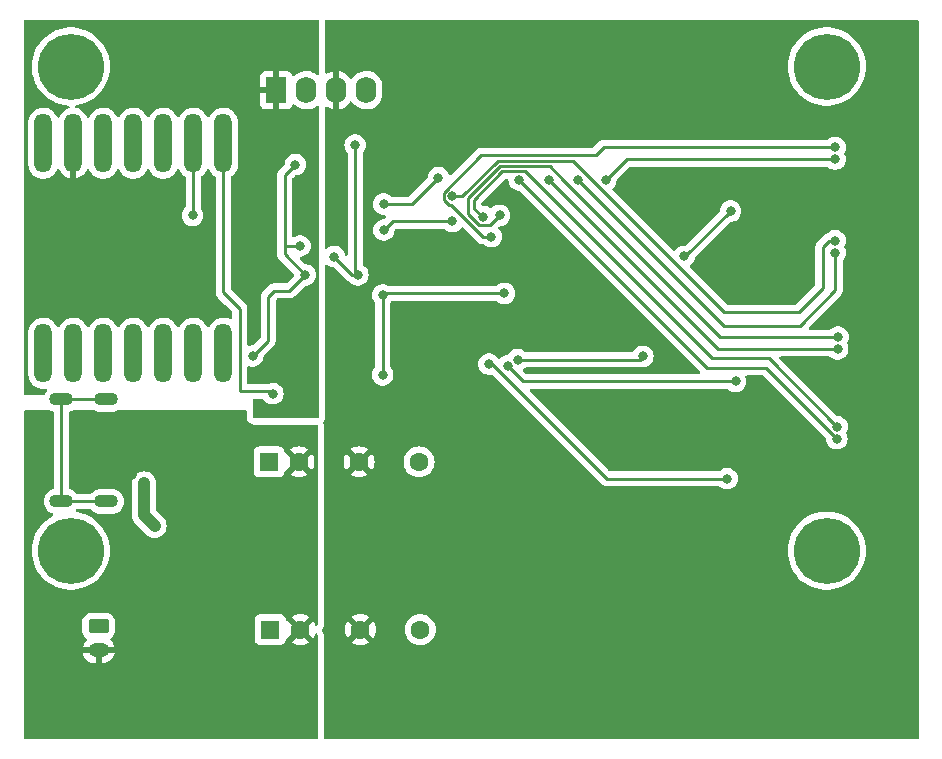
<source format=gbr>
%TF.GenerationSoftware,KiCad,Pcbnew,7.0.9*%
%TF.CreationDate,2024-10-16T13:59:32-06:00*%
%TF.ProjectId,uart_mux_v3,75617274-5f6d-4757-985f-76332e6b6963,rev?*%
%TF.SameCoordinates,Original*%
%TF.FileFunction,Copper,L2,Bot*%
%TF.FilePolarity,Positive*%
%FSLAX46Y46*%
G04 Gerber Fmt 4.6, Leading zero omitted, Abs format (unit mm)*
G04 Created by KiCad (PCBNEW 7.0.9) date 2024-10-16 13:59:32*
%MOMM*%
%LPD*%
G01*
G04 APERTURE LIST*
G04 Aperture macros list*
%AMRoundRect*
0 Rectangle with rounded corners*
0 $1 Rounding radius*
0 $2 $3 $4 $5 $6 $7 $8 $9 X,Y pos of 4 corners*
0 Add a 4 corners polygon primitive as box body*
4,1,4,$2,$3,$4,$5,$6,$7,$8,$9,$2,$3,0*
0 Add four circle primitives for the rounded corners*
1,1,$1+$1,$2,$3*
1,1,$1+$1,$4,$5*
1,1,$1+$1,$6,$7*
1,1,$1+$1,$8,$9*
0 Add four rect primitives between the rounded corners*
20,1,$1+$1,$2,$3,$4,$5,0*
20,1,$1+$1,$4,$5,$6,$7,0*
20,1,$1+$1,$6,$7,$8,$9,0*
20,1,$1+$1,$8,$9,$2,$3,0*%
G04 Aperture macros list end*
%TA.AperFunction,ComponentPad*%
%ADD10C,5.600000*%
%TD*%
%TA.AperFunction,ComponentPad*%
%ADD11RoundRect,0.250000X-0.625000X0.350000X-0.625000X-0.350000X0.625000X-0.350000X0.625000X0.350000X0*%
%TD*%
%TA.AperFunction,ComponentPad*%
%ADD12O,1.750000X1.200000*%
%TD*%
%TA.AperFunction,ComponentPad*%
%ADD13R,1.600000X1.600000*%
%TD*%
%TA.AperFunction,ComponentPad*%
%ADD14C,1.600000*%
%TD*%
%TA.AperFunction,ComponentPad*%
%ADD15R,1.750000X2.250000*%
%TD*%
%TA.AperFunction,ComponentPad*%
%ADD16O,1.750000X2.250000*%
%TD*%
%TA.AperFunction,ComponentPad*%
%ADD17O,1.500000X5.000000*%
%TD*%
%TA.AperFunction,ComponentPad*%
%ADD18O,2.000000X1.100000*%
%TD*%
%TA.AperFunction,ViaPad*%
%ADD19C,0.800000*%
%TD*%
%TA.AperFunction,Conductor*%
%ADD20C,0.250000*%
%TD*%
%TA.AperFunction,Conductor*%
%ADD21C,1.000000*%
%TD*%
G04 APERTURE END LIST*
D10*
%TO.P,H1,1*%
%TO.N,N/C*%
X92000000Y-64000000D03*
%TD*%
%TO.P,H2,1*%
%TO.N,N/C*%
X92000000Y-105000000D03*
%TD*%
D11*
%TO.P,J12,1,+*%
%TO.N,/uart_power/power_in*%
X94350000Y-111400000D03*
D12*
%TO.P,J12,2,-*%
%TO.N,/uart_power/gnd_in*%
X94350000Y-113400000D03*
%TD*%
D13*
%TO.P,PS2,1,+Vin*%
%TO.N,Net-(PS2-+Vin)*%
X108780000Y-97475000D03*
D14*
%TO.P,PS2,2,-Vin*%
%TO.N,/uart_power/gnd_in*%
X111320000Y-97475000D03*
%TO.P,PS2,4,0V*%
%TO.N,GND*%
X116400000Y-97475000D03*
%TO.P,PS2,6,+Vout*%
%TO.N,Net-(J8-In)*%
X121480000Y-97475000D03*
%TD*%
D10*
%TO.P,H4,1*%
%TO.N,N/C*%
X156000000Y-64000000D03*
%TD*%
D15*
%TO.P,PS1,1,-Vin*%
%TO.N,GNDPWR*%
X109380000Y-66000000D03*
D16*
%TO.P,PS1,2,+Vin*%
%TO.N,Net-(PS1-+Vin)*%
X111920000Y-66000000D03*
%TO.P,PS1,3,0V*%
%TO.N,GND*%
X114460000Y-66000000D03*
%TO.P,PS1,4,+Vout*%
%TO.N,Net-(PS1-+Vout)*%
X117000000Y-66000000D03*
%TD*%
D17*
%TO.P,U4,1,P26*%
%TO.N,unconnected-(U4-P26-Pad1)*%
X89660000Y-88270000D03*
%TO.P,U4,2,P27*%
%TO.N,unconnected-(U4-P27-Pad2)*%
X92200000Y-88270000D03*
%TO.P,U4,3,P28*%
%TO.N,unconnected-(U4-P28-Pad3)*%
X94740000Y-88270000D03*
%TO.P,U4,4,P29*%
%TO.N,unconnected-(U4-P29-Pad4)*%
X97280000Y-88270000D03*
%TO.P,U4,5,P6*%
%TO.N,/sda_mc*%
X99820000Y-88270000D03*
%TO.P,U4,6,P7*%
%TO.N,/scl_mc*%
X102360000Y-88270000D03*
%TO.P,U4,7,P0*%
%TO.N,/tx_mc*%
X104900000Y-88270000D03*
%TO.P,U4,8,P1*%
%TO.N,/rx_mc*%
X104900000Y-70490000D03*
%TO.P,U4,9,P2*%
%TO.N,/A_mc*%
X102360000Y-70490000D03*
%TO.P,U4,10,P4*%
%TO.N,unconnected-(U4-P4-Pad10)*%
X99820000Y-70490000D03*
%TO.P,U4,11,P3*%
%TO.N,/B_mc*%
X97280000Y-70490000D03*
%TO.P,U4,12,3V3*%
%TO.N,VD*%
X94740000Y-70490000D03*
%TO.P,U4,13,GND*%
%TO.N,GNDPWR*%
X92200000Y-70490000D03*
%TO.P,U4,14,5V*%
%TO.N,unconnected-(U4-5V-Pad14)*%
X89660000Y-70490000D03*
%TD*%
D18*
%TO.P,J1,0,SHIELD*%
%TO.N,unconnected-(J1-SHIELD-Pad0)*%
X95002000Y-92180000D03*
X91202000Y-92180000D03*
X95002000Y-100820000D03*
X91202000Y-100820000D03*
%TD*%
D13*
%TO.P,PS3,1,+Vin*%
%TO.N,Net-(PS3-+Vin)*%
X108880000Y-111675000D03*
D14*
%TO.P,PS3,2,-Vin*%
%TO.N,/uart_power/gnd_in*%
X111420000Y-111675000D03*
%TO.P,PS3,4,0V*%
%TO.N,GND*%
X116500000Y-111675000D03*
%TO.P,PS3,6,+Vout*%
%TO.N,Net-(J9-In)*%
X121580000Y-111675000D03*
%TD*%
D10*
%TO.P,H3,1*%
%TO.N,N/C*%
X156000000Y-105000000D03*
%TD*%
D19*
%TO.N,GND*%
X114974500Y-86600000D03*
X114999500Y-78900000D03*
X133725000Y-83925000D03*
X119875000Y-81337500D03*
X117875000Y-80337500D03*
%TO.N,/uart_power/power_in*%
X98200000Y-99300000D03*
X99100000Y-102900000D03*
%TO.N,/uart_power/gnd_in*%
X97100000Y-98500000D03*
X96900000Y-93700000D03*
%TO.N,VD*%
X111850000Y-81637500D03*
X107400000Y-88500000D03*
X111000000Y-72300000D03*
X111400000Y-79200000D03*
%TO.N,GNDPWR*%
X109000000Y-81737500D03*
X107400000Y-87000000D03*
X108775000Y-74037500D03*
X108100000Y-93100000D03*
%TO.N,/A_mc*%
X102300000Y-76600000D03*
%TO.N,/rx_mc*%
X109100000Y-91700000D03*
%TO.N,/X0*%
X156700000Y-71850000D03*
X137300000Y-73600000D03*
%TO.N,/X1*%
X134950000Y-73600000D03*
X156700000Y-79750000D03*
%TO.N,/Y1*%
X124302823Y-74994464D03*
X156700000Y-78750000D03*
%TO.N,/X2*%
X156921956Y-87898647D03*
X132450000Y-73600000D03*
%TO.N,/Y2*%
X128300000Y-76600000D03*
X156954967Y-86899690D03*
%TO.N,/X3*%
X123124500Y-73400000D03*
X156850000Y-95500000D03*
X129950000Y-73600000D03*
X118473730Y-75650868D03*
%TO.N,/Y3*%
X156862548Y-94487949D03*
X126916279Y-76698670D03*
%TO.N,/Y0*%
X156700000Y-70850000D03*
X127600000Y-78400000D03*
%TO.N,/ena3*%
X127400000Y-89200000D03*
X147550000Y-98900000D03*
%TO.N,/ena2*%
X148274500Y-90650000D03*
X128975000Y-89375000D03*
%TO.N,/ena1*%
X140425000Y-88550000D03*
X129825000Y-88825000D03*
%TO.N,/ena0*%
X143925000Y-80075000D03*
X147850000Y-76250000D03*
%TO.N,VCC*%
X116300000Y-81637500D03*
X118400000Y-90100000D03*
X118400000Y-83348000D03*
X116075000Y-70637500D03*
X114300000Y-80100000D03*
X128700000Y-83200000D03*
%TO.N,/Sheet626DA5AD/tx*%
X118500000Y-77836396D03*
X124300000Y-77100000D03*
%TD*%
D20*
%TO.N,GND*%
X117225451Y-79687951D02*
X117225451Y-77449951D01*
X117875000Y-80337500D02*
X117225451Y-79687951D01*
D21*
%TO.N,/uart_power/power_in*%
X98200000Y-102000000D02*
X99100000Y-102900000D01*
X98200000Y-99300000D02*
X98200000Y-102000000D01*
%TO.N,/uart_power/gnd_in*%
X97100000Y-98500000D02*
X97100000Y-93900000D01*
X97100000Y-93900000D02*
X96900000Y-93700000D01*
D20*
%TO.N,VD*%
X108700000Y-83500000D02*
X109200000Y-83000000D01*
X110100000Y-79200000D02*
X110100000Y-79887500D01*
X110487500Y-83000000D02*
X111850000Y-81637500D01*
X107400000Y-88500000D02*
X108700000Y-87200000D01*
X109200000Y-83000000D02*
X110487500Y-83000000D01*
X110100000Y-73200000D02*
X110100000Y-79200000D01*
X111000000Y-72300000D02*
X110100000Y-73200000D01*
X110100000Y-79200000D02*
X111400000Y-79200000D01*
X108700000Y-87200000D02*
X108700000Y-83500000D01*
X110100000Y-79887500D02*
X111850000Y-81637500D01*
%TO.N,GNDPWR*%
X108775000Y-74037500D02*
X109174999Y-74437499D01*
X109174999Y-74437499D02*
X109174999Y-81562501D01*
X109174999Y-81562501D02*
X109000000Y-81737500D01*
%TO.N,/A_mc*%
X102360000Y-76540000D02*
X102300000Y-76600000D01*
X102360000Y-71760000D02*
X102360000Y-76540000D01*
%TO.N,/rx_mc*%
X104900000Y-83100000D02*
X106300000Y-84500000D01*
X108900000Y-91500000D02*
X109100000Y-91700000D01*
X104900000Y-83100000D02*
X104900000Y-71760000D01*
X106300000Y-84500000D02*
X106300000Y-91500000D01*
X106300000Y-91500000D02*
X108900000Y-91500000D01*
%TO.N,/X0*%
X156700000Y-71850000D02*
X139050000Y-71850000D01*
X139050000Y-71850000D02*
X137300000Y-73600000D01*
%TO.N,/X1*%
X153700000Y-85950000D02*
X156700000Y-82950000D01*
X134950000Y-73600000D02*
X147300000Y-85950000D01*
X156700000Y-82950000D02*
X156700000Y-79750000D01*
X147300000Y-85950000D02*
X153700000Y-85950000D01*
X156600000Y-79850000D02*
X156700000Y-79750000D01*
%TO.N,/Y1*%
X156225000Y-78750000D02*
X155675000Y-79300000D01*
X125132744Y-74994464D02*
X124302823Y-74994464D01*
X134475000Y-71975000D02*
X128152208Y-71975000D01*
X156700000Y-78750000D02*
X156225000Y-78750000D01*
X147300000Y-84800000D02*
X134475000Y-71975000D01*
X153650000Y-84800000D02*
X147300000Y-84800000D01*
X128152208Y-71975000D02*
X125132744Y-74994464D01*
X155675000Y-82775000D02*
X153650000Y-84800000D01*
X155675000Y-79300000D02*
X155675000Y-82775000D01*
%TO.N,/X2*%
X156921956Y-87898647D02*
X146748647Y-87898647D01*
X146748647Y-87898647D02*
X132450000Y-73600000D01*
%TO.N,/Y2*%
X146999690Y-86899690D02*
X133700000Y-73600000D01*
X132525000Y-72425000D02*
X133700000Y-73600000D01*
X125600000Y-75163604D02*
X128338604Y-72425000D01*
X128300000Y-76600000D02*
X127476330Y-77423670D01*
X125600000Y-76500000D02*
X125600000Y-75163604D01*
X126523670Y-77423670D02*
X125600000Y-76500000D01*
X128338604Y-72425000D02*
X132525000Y-72425000D01*
X127476330Y-77423670D02*
X126523670Y-77423670D01*
X156954967Y-86899690D02*
X146999690Y-86899690D01*
%TO.N,/X3*%
X120873632Y-75650868D02*
X123124500Y-73400000D01*
X150849294Y-89500000D02*
X145850000Y-89500000D01*
X156850000Y-95500000D02*
X156849294Y-95500000D01*
X145850000Y-89500000D02*
X129950000Y-73600000D01*
X156849294Y-95500000D02*
X150849294Y-89500000D01*
X118473730Y-75650868D02*
X120873632Y-75650868D01*
%TO.N,/Y3*%
X131175000Y-73575000D02*
X131200000Y-73600000D01*
X151074599Y-88700000D02*
X146300000Y-88700000D01*
X126848865Y-76698670D02*
X126100000Y-75949805D01*
X156862548Y-94487949D02*
X151074599Y-88700000D01*
X126100000Y-75949805D02*
X126100000Y-75300000D01*
X126100000Y-75300000D02*
X128525000Y-72875000D01*
X126916279Y-76698670D02*
X126848865Y-76698670D01*
X130475000Y-72875000D02*
X131175000Y-73575000D01*
X128525000Y-72875000D02*
X130475000Y-72875000D01*
X146300000Y-88700000D02*
X131175000Y-73575000D01*
%TO.N,/Y0*%
X136425000Y-71525000D02*
X137100000Y-70850000D01*
X127600000Y-78400000D02*
X126863604Y-78400000D01*
X137100000Y-70850000D02*
X156700000Y-70850000D01*
X123577823Y-75294769D02*
X123577823Y-74694159D01*
X123577823Y-74694159D02*
X126746982Y-71525000D01*
X126746982Y-71525000D02*
X136425000Y-71525000D01*
X124183068Y-75719464D02*
X124002518Y-75719464D01*
X124002518Y-75719464D02*
X123577823Y-75294769D01*
X126863604Y-78400000D02*
X124183068Y-75719464D01*
%TO.N,/ena3*%
X137375000Y-98900000D02*
X147550000Y-98900000D01*
X127675000Y-89200000D02*
X137375000Y-98900000D01*
X127400000Y-89200000D02*
X127675000Y-89200000D01*
%TO.N,/ena2*%
X128975000Y-89375000D02*
X130250000Y-90650000D01*
X130250000Y-90650000D02*
X148274500Y-90650000D01*
%TO.N,/ena1*%
X129825000Y-88825000D02*
X140150000Y-88825000D01*
X140150000Y-88825000D02*
X140425000Y-88550000D01*
%TO.N,/ena0*%
X147850000Y-76250000D02*
X144025000Y-80075000D01*
X144025000Y-80075000D02*
X143925000Y-80075000D01*
%TO.N,VCC*%
X116075000Y-70637500D02*
X116075000Y-81412500D01*
X115837500Y-81637500D02*
X116300000Y-81637500D01*
X118548000Y-83200000D02*
X118400000Y-83348000D01*
X128700000Y-83200000D02*
X118548000Y-83200000D01*
X116075000Y-81412500D02*
X116300000Y-81637500D01*
X114300000Y-80100000D02*
X115837500Y-81637500D01*
X118400000Y-83348000D02*
X118400000Y-90100000D01*
%TO.N,unconnected-(J1-SHIELD-Pad0)*%
X95002000Y-92180000D02*
X91202000Y-92180000D01*
X91202000Y-100820000D02*
X91202000Y-92180000D01*
X95002000Y-100820000D02*
X91202000Y-100820000D01*
%TO.N,/Sheet626DA5AD/tx*%
X119236396Y-77100000D02*
X118500000Y-77836396D01*
X124300000Y-77100000D02*
X119236396Y-77100000D01*
%TD*%
%TA.AperFunction,Conductor*%
%TO.N,GNDPWR*%
G36*
X112943039Y-60045185D02*
G01*
X112988794Y-60097989D01*
X113000000Y-60149500D01*
X113000000Y-64582047D01*
X112980315Y-64649086D01*
X112927511Y-64694841D01*
X112858353Y-64704785D01*
X112802265Y-64681742D01*
X112648006Y-64567652D01*
X112533995Y-64510169D01*
X112437712Y-64461624D01*
X112212529Y-64392663D01*
X112212527Y-64392662D01*
X112212525Y-64392662D01*
X111978924Y-64362748D01*
X111743639Y-64372743D01*
X111743638Y-64372743D01*
X111513412Y-64422361D01*
X111294894Y-64510169D01*
X111094352Y-64633647D01*
X110931601Y-64776885D01*
X110868271Y-64806399D01*
X110799038Y-64796989D01*
X110745883Y-64751643D01*
X110733496Y-64727134D01*
X110698354Y-64632913D01*
X110698350Y-64632906D01*
X110612190Y-64517812D01*
X110612187Y-64517809D01*
X110497093Y-64431649D01*
X110497086Y-64431645D01*
X110362379Y-64381403D01*
X110362372Y-64381401D01*
X110302844Y-64375000D01*
X109630000Y-64375000D01*
X109630000Y-65522946D01*
X109596154Y-65502364D01*
X109453878Y-65462500D01*
X109343236Y-65462500D01*
X109233621Y-65477566D01*
X109130000Y-65522574D01*
X109130000Y-64375000D01*
X108457155Y-64375000D01*
X108397627Y-64381401D01*
X108397620Y-64381403D01*
X108262913Y-64431645D01*
X108262906Y-64431649D01*
X108147812Y-64517809D01*
X108147809Y-64517812D01*
X108061649Y-64632906D01*
X108061645Y-64632913D01*
X108011403Y-64767620D01*
X108011401Y-64767627D01*
X108005000Y-64827155D01*
X108005000Y-65750000D01*
X108898550Y-65750000D01*
X108898275Y-65750390D01*
X108848795Y-65889614D01*
X108838712Y-66037025D01*
X108868774Y-66181690D01*
X108904169Y-66250000D01*
X108005000Y-66250000D01*
X108005000Y-67172844D01*
X108011401Y-67232372D01*
X108011403Y-67232379D01*
X108061645Y-67367086D01*
X108061649Y-67367093D01*
X108147809Y-67482187D01*
X108147812Y-67482190D01*
X108262906Y-67568350D01*
X108262913Y-67568354D01*
X108397620Y-67618596D01*
X108397627Y-67618598D01*
X108457155Y-67624999D01*
X108457172Y-67625000D01*
X109130000Y-67625000D01*
X109130000Y-66477053D01*
X109163846Y-66497636D01*
X109306122Y-66537500D01*
X109416764Y-66537500D01*
X109526379Y-66522434D01*
X109630000Y-66477425D01*
X109630000Y-67625000D01*
X110302828Y-67625000D01*
X110302844Y-67624999D01*
X110362372Y-67618598D01*
X110362379Y-67618596D01*
X110497086Y-67568354D01*
X110497093Y-67568350D01*
X110612187Y-67482190D01*
X110612190Y-67482187D01*
X110698350Y-67367093D01*
X110698355Y-67367084D01*
X110734648Y-67269777D01*
X110776518Y-67213843D01*
X110841983Y-67189425D01*
X110910256Y-67204276D01*
X110940352Y-67227308D01*
X111002652Y-67292310D01*
X111002653Y-67292311D01*
X111191993Y-67432347D01*
X111191995Y-67432348D01*
X111191998Y-67432350D01*
X111402288Y-67538376D01*
X111627471Y-67607337D01*
X111861070Y-67637251D01*
X112096364Y-67627256D01*
X112326585Y-67577639D01*
X112545109Y-67489829D01*
X112745649Y-67366352D01*
X112794078Y-67323729D01*
X112857406Y-67294215D01*
X112926639Y-67303624D01*
X112979795Y-67348970D01*
X112999996Y-67415856D01*
X113000000Y-67416813D01*
X113000000Y-81521549D01*
X112980315Y-81588588D01*
X112927511Y-81634343D01*
X112912037Y-81636567D01*
X112966554Y-81668738D01*
X112997977Y-81731143D01*
X113000000Y-81753450D01*
X113000000Y-91400000D01*
X109957777Y-91400000D01*
X109934527Y-91328444D01*
X109839040Y-91163056D01*
X109711253Y-91021134D01*
X109556752Y-90908882D01*
X109382288Y-90831206D01*
X109382286Y-90831205D01*
X109195487Y-90791500D01*
X109004513Y-90791500D01*
X108817714Y-90831205D01*
X108817712Y-90831206D01*
X108772439Y-90851363D01*
X108762518Y-90855780D01*
X108712083Y-90866500D01*
X107057500Y-90866500D01*
X106990461Y-90846815D01*
X106944706Y-90794011D01*
X106933500Y-90742500D01*
X106933500Y-89477720D01*
X106953185Y-89410681D01*
X107005989Y-89364926D01*
X107075147Y-89354982D01*
X107107933Y-89364440D01*
X107117712Y-89368794D01*
X107304513Y-89408500D01*
X107495487Y-89408500D01*
X107682288Y-89368794D01*
X107856752Y-89291118D01*
X108011253Y-89178866D01*
X108139040Y-89036944D01*
X108234527Y-88871556D01*
X108293542Y-88689928D01*
X108310981Y-88523997D01*
X108337564Y-88459387D01*
X108346611Y-88449291D01*
X109088815Y-87707087D01*
X109101180Y-87697183D01*
X109101006Y-87696973D01*
X109107012Y-87692003D01*
X109107018Y-87692000D01*
X109154999Y-87640904D01*
X109176135Y-87619769D01*
X109180458Y-87614195D01*
X109184257Y-87609747D01*
X109216585Y-87575322D01*
X109226420Y-87557432D01*
X109237098Y-87541174D01*
X109249614Y-87525040D01*
X109268374Y-87481686D01*
X109270935Y-87476458D01*
X109293695Y-87435060D01*
X109298774Y-87415274D01*
X109305072Y-87396882D01*
X109313181Y-87378145D01*
X109320569Y-87331497D01*
X109321751Y-87325786D01*
X109333500Y-87280030D01*
X109333500Y-87259615D01*
X109335027Y-87240214D01*
X109338220Y-87220057D01*
X109333775Y-87173033D01*
X109333500Y-87167195D01*
X109333500Y-83813767D01*
X109353185Y-83746728D01*
X109369820Y-83726085D01*
X109426088Y-83669818D01*
X109487411Y-83636334D01*
X109513768Y-83633500D01*
X110403866Y-83633500D01*
X110419613Y-83635238D01*
X110419639Y-83634968D01*
X110427405Y-83635701D01*
X110427409Y-83635702D01*
X110497458Y-83633500D01*
X110527356Y-83633500D01*
X110527357Y-83633500D01*
X110528722Y-83633327D01*
X110534362Y-83632614D01*
X110540185Y-83632156D01*
X110566208Y-83631338D01*
X110587390Y-83630673D01*
X110597181Y-83627827D01*
X110606981Y-83624980D01*
X110626038Y-83621032D01*
X110646297Y-83618474D01*
X110690221Y-83601082D01*
X110695721Y-83599199D01*
X110741093Y-83586018D01*
X110758665Y-83575625D01*
X110776132Y-83567068D01*
X110795117Y-83559552D01*
X110833326Y-83531790D01*
X110838204Y-83528585D01*
X110878862Y-83504542D01*
X110893302Y-83490100D01*
X110908092Y-83477470D01*
X110924607Y-83465472D01*
X110954722Y-83429067D01*
X110958626Y-83424776D01*
X111801086Y-82582319D01*
X111862409Y-82548834D01*
X111888767Y-82546000D01*
X111945487Y-82546000D01*
X112132288Y-82506294D01*
X112306752Y-82428618D01*
X112461253Y-82316366D01*
X112589040Y-82174444D01*
X112684527Y-82009056D01*
X112743542Y-81827428D01*
X112752679Y-81740485D01*
X112779264Y-81675874D01*
X112836561Y-81635889D01*
X112839701Y-81635769D01*
X112794797Y-81615262D01*
X112757023Y-81556484D01*
X112752680Y-81534516D01*
X112743542Y-81447572D01*
X112684527Y-81265944D01*
X112589040Y-81100556D01*
X112461253Y-80958634D01*
X112306752Y-80846382D01*
X112132288Y-80768706D01*
X112132286Y-80768705D01*
X111945487Y-80729000D01*
X111888766Y-80729000D01*
X111821727Y-80709315D01*
X111801085Y-80692681D01*
X111427227Y-80318822D01*
X111393742Y-80257499D01*
X111398726Y-80187807D01*
X111440598Y-80131874D01*
X111489903Y-80113483D01*
X111489131Y-80109851D01*
X111495487Y-80108500D01*
X111682288Y-80068794D01*
X111856752Y-79991118D01*
X112011253Y-79878866D01*
X112139040Y-79736944D01*
X112234527Y-79571556D01*
X112293542Y-79389928D01*
X112313504Y-79200000D01*
X112293542Y-79010072D01*
X112234527Y-78828444D01*
X112139040Y-78663056D01*
X112011253Y-78521134D01*
X111856752Y-78408882D01*
X111682288Y-78331206D01*
X111682286Y-78331205D01*
X111495487Y-78291500D01*
X111304513Y-78291500D01*
X111117714Y-78331205D01*
X110943246Y-78408883D01*
X110930386Y-78418227D01*
X110864579Y-78441707D01*
X110796525Y-78425882D01*
X110747830Y-78375776D01*
X110733500Y-78317909D01*
X110733500Y-73513766D01*
X110753185Y-73446727D01*
X110769819Y-73426085D01*
X110951085Y-73244819D01*
X111012408Y-73211334D01*
X111038766Y-73208500D01*
X111095487Y-73208500D01*
X111282288Y-73168794D01*
X111456752Y-73091118D01*
X111611253Y-72978866D01*
X111739040Y-72836944D01*
X111834527Y-72671556D01*
X111893542Y-72489928D01*
X111913504Y-72300000D01*
X111893542Y-72110072D01*
X111834527Y-71928444D01*
X111739040Y-71763056D01*
X111611253Y-71621134D01*
X111456752Y-71508882D01*
X111282288Y-71431206D01*
X111282286Y-71431205D01*
X111095487Y-71391500D01*
X110904513Y-71391500D01*
X110717714Y-71431205D01*
X110543246Y-71508883D01*
X110388745Y-71621135D01*
X110260959Y-71763057D01*
X110165473Y-71928443D01*
X110165470Y-71928450D01*
X110113746Y-72087641D01*
X110106458Y-72110072D01*
X110089019Y-72275995D01*
X110062434Y-72340609D01*
X110053379Y-72350714D01*
X109711179Y-72692914D01*
X109698820Y-72702818D01*
X109698993Y-72703027D01*
X109692983Y-72707999D01*
X109645016Y-72759078D01*
X109623872Y-72780222D01*
X109623857Y-72780239D01*
X109619531Y-72785814D01*
X109615747Y-72790244D01*
X109583419Y-72824671D01*
X109583412Y-72824681D01*
X109573579Y-72842567D01*
X109562903Y-72858820D01*
X109550386Y-72874957D01*
X109550385Y-72874959D01*
X109531625Y-72918310D01*
X109529055Y-72923556D01*
X109506303Y-72964941D01*
X109506303Y-72964942D01*
X109501225Y-72984720D01*
X109494925Y-73003122D01*
X109486818Y-73021857D01*
X109479431Y-73068495D01*
X109478246Y-73074216D01*
X109466500Y-73119965D01*
X109466500Y-73140384D01*
X109464973Y-73159783D01*
X109461780Y-73179941D01*
X109461780Y-73179942D01*
X109466225Y-73226966D01*
X109466500Y-73232804D01*
X109466500Y-79128393D01*
X109464304Y-79151628D01*
X109462725Y-79159903D01*
X109462725Y-79159906D01*
X109466378Y-79217981D01*
X109466500Y-79221852D01*
X109466500Y-79803866D01*
X109464761Y-79819613D01*
X109465032Y-79819639D01*
X109464298Y-79827405D01*
X109466500Y-79897457D01*
X109466500Y-79927359D01*
X109467384Y-79934356D01*
X109467842Y-79940179D01*
X109469326Y-79987389D01*
X109469327Y-79987391D01*
X109475022Y-80006995D01*
X109478967Y-80026042D01*
X109481526Y-80046297D01*
X109481527Y-80046300D01*
X109481528Y-80046303D01*
X109498914Y-80090216D01*
X109500806Y-80095744D01*
X109513981Y-80141092D01*
X109524372Y-80158662D01*
X109532932Y-80176135D01*
X109540447Y-80195117D01*
X109568209Y-80233327D01*
X109571416Y-80238210D01*
X109595458Y-80278862D01*
X109595462Y-80278866D01*
X109609889Y-80293293D01*
X109622526Y-80308088D01*
X109634528Y-80324607D01*
X109670931Y-80354722D01*
X109675231Y-80358635D01*
X110582538Y-81265943D01*
X110866413Y-81549818D01*
X110899898Y-81611141D01*
X110894914Y-81680833D01*
X110866413Y-81725180D01*
X110261414Y-82330181D01*
X110200091Y-82363666D01*
X110173733Y-82366500D01*
X109283632Y-82366500D01*
X109267880Y-82364760D01*
X109267855Y-82365032D01*
X109260093Y-82364298D01*
X109260092Y-82364298D01*
X109190029Y-82366500D01*
X109160144Y-82366500D01*
X109160141Y-82366500D01*
X109160129Y-82366501D01*
X109153137Y-82367384D01*
X109147320Y-82367841D01*
X109100114Y-82369325D01*
X109100107Y-82369326D01*
X109080500Y-82375022D01*
X109061461Y-82378965D01*
X109041211Y-82381524D01*
X109041201Y-82381526D01*
X108997291Y-82398911D01*
X108991765Y-82400803D01*
X108946412Y-82413979D01*
X108946407Y-82413981D01*
X108928833Y-82424374D01*
X108911372Y-82432928D01*
X108892386Y-82440446D01*
X108892384Y-82440447D01*
X108854172Y-82468208D01*
X108849290Y-82471415D01*
X108808637Y-82495457D01*
X108794201Y-82509894D01*
X108779415Y-82522523D01*
X108762893Y-82534528D01*
X108762891Y-82534529D01*
X108762891Y-82534530D01*
X108762888Y-82534532D01*
X108732780Y-82570925D01*
X108728849Y-82575246D01*
X108311180Y-82992913D01*
X108298821Y-83002816D01*
X108298994Y-83003025D01*
X108292985Y-83007996D01*
X108245015Y-83059079D01*
X108223872Y-83080222D01*
X108223857Y-83080239D01*
X108219531Y-83085814D01*
X108215747Y-83090244D01*
X108183419Y-83124671D01*
X108183412Y-83124681D01*
X108173579Y-83142567D01*
X108162903Y-83158820D01*
X108150386Y-83174957D01*
X108150385Y-83174959D01*
X108131625Y-83218310D01*
X108129055Y-83223556D01*
X108106303Y-83264941D01*
X108106303Y-83264942D01*
X108101225Y-83284720D01*
X108094925Y-83303122D01*
X108086818Y-83321857D01*
X108079431Y-83368495D01*
X108078246Y-83374216D01*
X108066500Y-83419965D01*
X108066500Y-83440384D01*
X108064972Y-83459783D01*
X108061780Y-83479943D01*
X108064224Y-83505793D01*
X108066225Y-83526966D01*
X108066500Y-83532804D01*
X108066500Y-86886233D01*
X108046815Y-86953272D01*
X108030181Y-86973914D01*
X107448914Y-87555181D01*
X107387591Y-87588666D01*
X107361233Y-87591500D01*
X107304513Y-87591500D01*
X107117714Y-87631205D01*
X107107933Y-87635560D01*
X107038683Y-87644843D01*
X106975407Y-87615213D01*
X106938195Y-87556078D01*
X106933500Y-87522279D01*
X106933500Y-84583633D01*
X106935239Y-84567886D01*
X106934968Y-84567861D01*
X106935701Y-84560094D01*
X106935702Y-84560091D01*
X106933500Y-84490042D01*
X106933500Y-84460144D01*
X106932614Y-84453136D01*
X106932156Y-84447314D01*
X106930673Y-84400111D01*
X106930672Y-84400109D01*
X106924979Y-84380515D01*
X106921032Y-84361459D01*
X106918474Y-84341203D01*
X106901084Y-84297283D01*
X106899195Y-84291763D01*
X106897019Y-84284276D01*
X106886018Y-84246407D01*
X106875622Y-84228829D01*
X106867066Y-84211362D01*
X106859552Y-84192383D01*
X106831794Y-84154179D01*
X106828587Y-84149296D01*
X106818873Y-84132871D01*
X106804542Y-84108638D01*
X106790108Y-84094204D01*
X106777471Y-84079409D01*
X106765472Y-84062893D01*
X106765470Y-84062890D01*
X106729073Y-84032781D01*
X106724751Y-84028847D01*
X105569819Y-82873914D01*
X105536334Y-82812591D01*
X105533500Y-82786233D01*
X105533500Y-73402331D01*
X105553185Y-73335292D01*
X105592387Y-73299028D01*
X105591460Y-73297623D01*
X105596102Y-73294558D01*
X105596101Y-73294558D01*
X105596106Y-73294556D01*
X105773218Y-73153314D01*
X105922263Y-72982718D01*
X106038453Y-72788250D01*
X106118051Y-72576161D01*
X106138111Y-72465620D01*
X106158500Y-72353270D01*
X106158500Y-68683485D01*
X106158500Y-68683478D01*
X106143281Y-68514378D01*
X106143280Y-68514373D01*
X106083017Y-68296016D01*
X106083012Y-68296003D01*
X105984728Y-68091913D01*
X105984724Y-68091906D01*
X105851575Y-67908642D01*
X105851568Y-67908634D01*
X105687835Y-67752089D01*
X105687834Y-67752088D01*
X105586874Y-67685445D01*
X105498772Y-67627289D01*
X105290477Y-67538259D01*
X105290464Y-67538255D01*
X105069620Y-67487850D01*
X105069616Y-67487849D01*
X105069615Y-67487849D01*
X105069614Y-67487848D01*
X105069609Y-67487848D01*
X104843312Y-67477685D01*
X104843311Y-67477685D01*
X104843309Y-67477685D01*
X104674946Y-67500491D01*
X104618824Y-67508094D01*
X104618819Y-67508095D01*
X104403377Y-67578097D01*
X104203892Y-67685445D01*
X104026781Y-67826685D01*
X103877742Y-67997275D01*
X103877736Y-67997283D01*
X103761550Y-68191743D01*
X103761547Y-68191748D01*
X103745779Y-68233764D01*
X103703793Y-68289612D01*
X103638279Y-68313895D01*
X103570036Y-68298903D01*
X103520732Y-68249397D01*
X103517966Y-68243994D01*
X103444728Y-68091913D01*
X103444724Y-68091906D01*
X103311575Y-67908642D01*
X103311568Y-67908634D01*
X103147835Y-67752089D01*
X103147834Y-67752088D01*
X103046874Y-67685445D01*
X102958772Y-67627289D01*
X102750477Y-67538259D01*
X102750464Y-67538255D01*
X102529620Y-67487850D01*
X102529616Y-67487849D01*
X102529615Y-67487849D01*
X102529614Y-67487848D01*
X102529609Y-67487848D01*
X102303312Y-67477685D01*
X102303311Y-67477685D01*
X102303309Y-67477685D01*
X102134946Y-67500491D01*
X102078824Y-67508094D01*
X102078819Y-67508095D01*
X101863377Y-67578097D01*
X101663892Y-67685445D01*
X101486781Y-67826685D01*
X101337742Y-67997275D01*
X101337736Y-67997283D01*
X101221550Y-68191743D01*
X101221547Y-68191748D01*
X101205779Y-68233764D01*
X101163793Y-68289612D01*
X101098279Y-68313895D01*
X101030036Y-68298903D01*
X100980732Y-68249397D01*
X100977966Y-68243994D01*
X100904728Y-68091913D01*
X100904724Y-68091906D01*
X100771575Y-67908642D01*
X100771568Y-67908634D01*
X100607835Y-67752089D01*
X100607834Y-67752088D01*
X100506874Y-67685445D01*
X100418772Y-67627289D01*
X100210477Y-67538259D01*
X100210464Y-67538255D01*
X99989620Y-67487850D01*
X99989616Y-67487849D01*
X99989615Y-67487849D01*
X99989614Y-67487848D01*
X99989609Y-67487848D01*
X99763312Y-67477685D01*
X99763311Y-67477685D01*
X99763309Y-67477685D01*
X99594946Y-67500491D01*
X99538824Y-67508094D01*
X99538819Y-67508095D01*
X99323377Y-67578097D01*
X99123892Y-67685445D01*
X98946781Y-67826685D01*
X98797742Y-67997275D01*
X98797736Y-67997283D01*
X98681550Y-68191743D01*
X98681547Y-68191748D01*
X98665779Y-68233764D01*
X98623793Y-68289612D01*
X98558279Y-68313895D01*
X98490036Y-68298903D01*
X98440732Y-68249397D01*
X98437966Y-68243994D01*
X98364728Y-68091913D01*
X98364724Y-68091906D01*
X98231575Y-67908642D01*
X98231568Y-67908634D01*
X98067835Y-67752089D01*
X98067834Y-67752088D01*
X97966874Y-67685445D01*
X97878772Y-67627289D01*
X97670477Y-67538259D01*
X97670464Y-67538255D01*
X97449620Y-67487850D01*
X97449616Y-67487849D01*
X97449615Y-67487849D01*
X97449614Y-67487848D01*
X97449609Y-67487848D01*
X97223312Y-67477685D01*
X97223311Y-67477685D01*
X97223309Y-67477685D01*
X97054946Y-67500491D01*
X96998824Y-67508094D01*
X96998819Y-67508095D01*
X96783377Y-67578097D01*
X96583892Y-67685445D01*
X96406781Y-67826685D01*
X96257742Y-67997275D01*
X96257736Y-67997283D01*
X96141550Y-68191743D01*
X96141547Y-68191748D01*
X96125779Y-68233764D01*
X96083793Y-68289612D01*
X96018279Y-68313895D01*
X95950036Y-68298903D01*
X95900732Y-68249397D01*
X95897966Y-68243994D01*
X95824728Y-68091913D01*
X95824724Y-68091906D01*
X95691575Y-67908642D01*
X95691568Y-67908634D01*
X95527835Y-67752089D01*
X95527834Y-67752088D01*
X95426874Y-67685445D01*
X95338772Y-67627289D01*
X95130477Y-67538259D01*
X95130464Y-67538255D01*
X94909620Y-67487850D01*
X94909616Y-67487849D01*
X94909615Y-67487849D01*
X94909614Y-67487848D01*
X94909609Y-67487848D01*
X94683312Y-67477685D01*
X94683311Y-67477685D01*
X94683309Y-67477685D01*
X94514946Y-67500491D01*
X94458824Y-67508094D01*
X94458819Y-67508095D01*
X94243377Y-67578097D01*
X94043892Y-67685445D01*
X93866781Y-67826685D01*
X93717742Y-67997275D01*
X93717736Y-67997283D01*
X93601550Y-68191743D01*
X93601549Y-68191745D01*
X93581646Y-68244776D01*
X93539659Y-68300624D01*
X93474145Y-68324906D01*
X93405903Y-68309914D01*
X93356599Y-68260407D01*
X93353833Y-68255005D01*
X93277401Y-68096291D01*
X93277397Y-68096283D01*
X93145148Y-67914258D01*
X93145142Y-67914250D01*
X92982513Y-67758762D01*
X92794733Y-67634808D01*
X92587830Y-67546375D01*
X92587824Y-67546373D01*
X92470100Y-67519503D01*
X92409122Y-67485394D01*
X92376264Y-67423733D01*
X92381959Y-67354095D01*
X92424399Y-67298592D01*
X92484285Y-67275339D01*
X92536042Y-67269711D01*
X92886417Y-67192587D01*
X93226401Y-67078033D01*
X93552005Y-66927393D01*
X93859414Y-66742431D01*
X94145023Y-66525317D01*
X94405484Y-66278595D01*
X94637742Y-66005159D01*
X94839075Y-65708215D01*
X95007123Y-65391243D01*
X95139915Y-65057961D01*
X95163651Y-64972474D01*
X95209761Y-64806399D01*
X95235895Y-64712274D01*
X95293936Y-64358237D01*
X95313359Y-64000000D01*
X95293936Y-63641763D01*
X95235895Y-63287726D01*
X95192673Y-63132057D01*
X95139917Y-62942044D01*
X95139916Y-62942042D01*
X95007127Y-62608766D01*
X95007118Y-62608748D01*
X94839075Y-62291785D01*
X94839071Y-62291779D01*
X94839070Y-62291776D01*
X94637743Y-61994842D01*
X94637735Y-61994832D01*
X94405491Y-61721413D01*
X94405486Y-61721407D01*
X94405484Y-61721405D01*
X94145023Y-61474683D01*
X94145016Y-61474677D01*
X94145013Y-61474675D01*
X94077266Y-61423175D01*
X93859414Y-61257569D01*
X93552005Y-61072607D01*
X93552004Y-61072606D01*
X93552000Y-61072604D01*
X93551996Y-61072602D01*
X93226411Y-60921971D01*
X93226406Y-60921969D01*
X93226401Y-60921967D01*
X93060678Y-60866128D01*
X92886416Y-60807412D01*
X92536040Y-60730288D01*
X92179383Y-60691500D01*
X92179382Y-60691500D01*
X91820618Y-60691500D01*
X91820616Y-60691500D01*
X91463959Y-60730288D01*
X91113583Y-60807412D01*
X90850768Y-60895965D01*
X90773599Y-60921967D01*
X90773596Y-60921968D01*
X90773588Y-60921971D01*
X90448003Y-61072602D01*
X90447999Y-61072604D01*
X90219061Y-61210351D01*
X90140586Y-61257569D01*
X90052060Y-61324864D01*
X89854986Y-61474675D01*
X89854977Y-61474683D01*
X89594513Y-61721407D01*
X89594508Y-61721413D01*
X89362264Y-61994832D01*
X89362256Y-61994842D01*
X89160929Y-62291776D01*
X89160928Y-62291779D01*
X88992881Y-62608748D01*
X88992872Y-62608766D01*
X88860083Y-62942042D01*
X88860082Y-62942044D01*
X88764107Y-63287717D01*
X88764106Y-63287720D01*
X88706063Y-63641765D01*
X88686641Y-63999997D01*
X88686641Y-64000002D01*
X88706063Y-64358234D01*
X88748905Y-64619561D01*
X88763353Y-64707690D01*
X88764106Y-64712279D01*
X88764107Y-64712282D01*
X88860082Y-65057955D01*
X88860083Y-65057957D01*
X88992872Y-65391233D01*
X88992881Y-65391251D01*
X89051790Y-65502364D01*
X89120649Y-65632247D01*
X89160928Y-65708220D01*
X89160929Y-65708223D01*
X89362256Y-66005157D01*
X89362264Y-66005167D01*
X89451638Y-66110386D01*
X89594516Y-66278595D01*
X89854977Y-66525317D01*
X90140586Y-66742431D01*
X90447995Y-66927393D01*
X90447997Y-66927394D01*
X90447999Y-66927395D01*
X90448003Y-66927397D01*
X90773588Y-67078028D01*
X90773599Y-67078033D01*
X91113583Y-67192587D01*
X91463958Y-67269711D01*
X91800197Y-67306279D01*
X91864714Y-67333095D01*
X91904491Y-67390536D01*
X91906899Y-67460364D01*
X91871173Y-67520410D01*
X91825108Y-67547482D01*
X91706730Y-67585946D01*
X91508598Y-67692565D01*
X91508595Y-67692567D01*
X91332679Y-67832854D01*
X91184647Y-68002292D01*
X91184640Y-68002300D01*
X91069240Y-68195446D01*
X91069237Y-68195451D01*
X91050882Y-68244360D01*
X91008896Y-68300208D01*
X90943382Y-68324491D01*
X90875139Y-68309499D01*
X90825835Y-68259993D01*
X90823069Y-68254590D01*
X90744728Y-68091913D01*
X90744724Y-68091906D01*
X90611575Y-67908642D01*
X90611568Y-67908634D01*
X90447835Y-67752089D01*
X90447834Y-67752088D01*
X90346874Y-67685445D01*
X90258772Y-67627289D01*
X90050477Y-67538259D01*
X90050464Y-67538255D01*
X89829620Y-67487850D01*
X89829616Y-67487849D01*
X89829615Y-67487849D01*
X89829614Y-67487848D01*
X89829609Y-67487848D01*
X89603312Y-67477685D01*
X89603311Y-67477685D01*
X89603309Y-67477685D01*
X89434946Y-67500491D01*
X89378824Y-67508094D01*
X89378819Y-67508095D01*
X89163377Y-67578097D01*
X88963892Y-67685445D01*
X88786781Y-67826685D01*
X88637742Y-67997275D01*
X88637736Y-67997283D01*
X88521550Y-68191743D01*
X88521548Y-68191748D01*
X88441948Y-68403839D01*
X88441948Y-68403840D01*
X88401500Y-68626729D01*
X88401500Y-72296518D01*
X88416718Y-72465620D01*
X88416719Y-72465626D01*
X88476982Y-72683983D01*
X88476987Y-72683996D01*
X88575271Y-72888086D01*
X88575275Y-72888093D01*
X88708424Y-73071357D01*
X88708427Y-73071361D01*
X88708429Y-73071363D01*
X88872166Y-73227912D01*
X88998206Y-73311110D01*
X89061227Y-73352710D01*
X89269522Y-73441740D01*
X89269525Y-73441741D01*
X89269530Y-73441743D01*
X89490385Y-73492151D01*
X89716691Y-73502315D01*
X89941175Y-73471906D01*
X90156621Y-73401903D01*
X90356106Y-73294556D01*
X90533218Y-73153314D01*
X90682263Y-72982718D01*
X90798453Y-72788250D01*
X90818354Y-72735223D01*
X90860338Y-72679377D01*
X90925851Y-72655093D01*
X90994094Y-72670084D01*
X91043399Y-72719590D01*
X91046166Y-72724994D01*
X91122598Y-72883708D01*
X91122602Y-72883716D01*
X91254851Y-73065741D01*
X91254857Y-73065749D01*
X91417486Y-73221237D01*
X91605266Y-73345191D01*
X91812169Y-73433624D01*
X91812178Y-73433627D01*
X91949999Y-73465084D01*
X91950000Y-73465084D01*
X91950000Y-72075686D01*
X91961955Y-72087641D01*
X92074852Y-72145165D01*
X92168519Y-72160000D01*
X92231481Y-72160000D01*
X92325148Y-72145165D01*
X92438045Y-72087641D01*
X92450000Y-72075686D01*
X92450000Y-73467549D01*
X92479267Y-73463586D01*
X92479273Y-73463585D01*
X92693268Y-73394054D01*
X92891401Y-73287434D01*
X92891404Y-73287432D01*
X93067320Y-73147145D01*
X93215352Y-72977707D01*
X93215359Y-72977699D01*
X93330759Y-72784553D01*
X93330760Y-72784551D01*
X93349116Y-72735641D01*
X93391101Y-72679793D01*
X93456614Y-72655508D01*
X93524857Y-72670498D01*
X93574162Y-72720004D01*
X93576930Y-72725408D01*
X93655273Y-72888090D01*
X93655275Y-72888093D01*
X93788424Y-73071357D01*
X93788427Y-73071361D01*
X93788429Y-73071363D01*
X93952166Y-73227912D01*
X94078206Y-73311110D01*
X94141227Y-73352710D01*
X94349522Y-73441740D01*
X94349525Y-73441741D01*
X94349530Y-73441743D01*
X94570385Y-73492151D01*
X94796691Y-73502315D01*
X95021175Y-73471906D01*
X95236621Y-73401903D01*
X95436106Y-73294556D01*
X95613218Y-73153314D01*
X95762263Y-72982718D01*
X95878453Y-72788250D01*
X95894221Y-72746234D01*
X95936203Y-72690389D01*
X96001717Y-72666104D01*
X96069960Y-72681094D01*
X96119265Y-72730599D01*
X96122033Y-72736005D01*
X96195271Y-72888086D01*
X96195275Y-72888093D01*
X96328424Y-73071357D01*
X96328427Y-73071361D01*
X96328429Y-73071363D01*
X96492166Y-73227912D01*
X96618206Y-73311110D01*
X96681227Y-73352710D01*
X96889522Y-73441740D01*
X96889525Y-73441741D01*
X96889530Y-73441743D01*
X97110385Y-73492151D01*
X97336691Y-73502315D01*
X97561175Y-73471906D01*
X97776621Y-73401903D01*
X97976106Y-73294556D01*
X98153218Y-73153314D01*
X98302263Y-72982718D01*
X98418453Y-72788250D01*
X98434221Y-72746234D01*
X98476203Y-72690389D01*
X98541717Y-72666104D01*
X98609960Y-72681094D01*
X98659265Y-72730599D01*
X98662033Y-72736005D01*
X98735271Y-72888086D01*
X98735275Y-72888093D01*
X98868424Y-73071357D01*
X98868427Y-73071361D01*
X98868429Y-73071363D01*
X99032166Y-73227912D01*
X99158206Y-73311110D01*
X99221227Y-73352710D01*
X99429522Y-73441740D01*
X99429525Y-73441741D01*
X99429530Y-73441743D01*
X99650385Y-73492151D01*
X99876691Y-73502315D01*
X100101175Y-73471906D01*
X100316621Y-73401903D01*
X100516106Y-73294556D01*
X100693218Y-73153314D01*
X100842263Y-72982718D01*
X100958453Y-72788250D01*
X100974221Y-72746234D01*
X101016203Y-72690389D01*
X101081717Y-72666104D01*
X101149960Y-72681094D01*
X101199265Y-72730599D01*
X101202033Y-72736005D01*
X101275271Y-72888086D01*
X101275275Y-72888093D01*
X101408424Y-73071357D01*
X101408431Y-73071365D01*
X101572162Y-73227909D01*
X101572164Y-73227910D01*
X101572166Y-73227912D01*
X101670811Y-73293026D01*
X101715916Y-73346385D01*
X101726500Y-73396513D01*
X101726500Y-75831932D01*
X101706815Y-75898971D01*
X101692523Y-75915790D01*
X101693095Y-75916305D01*
X101560959Y-76063057D01*
X101465473Y-76228443D01*
X101465470Y-76228450D01*
X101406459Y-76410068D01*
X101406458Y-76410072D01*
X101386496Y-76600000D01*
X101406458Y-76789928D01*
X101406459Y-76789931D01*
X101465470Y-76971549D01*
X101465473Y-76971556D01*
X101560960Y-77136944D01*
X101688747Y-77278866D01*
X101843248Y-77391118D01*
X102017712Y-77468794D01*
X102204513Y-77508500D01*
X102395487Y-77508500D01*
X102582288Y-77468794D01*
X102756752Y-77391118D01*
X102911253Y-77278866D01*
X103039040Y-77136944D01*
X103134527Y-76971556D01*
X103193542Y-76789928D01*
X103213504Y-76600000D01*
X103193542Y-76410072D01*
X103134527Y-76228444D01*
X103039040Y-76063056D01*
X103025349Y-76047850D01*
X102995120Y-75984858D01*
X102993500Y-75964879D01*
X102993500Y-73402331D01*
X103013185Y-73335292D01*
X103052387Y-73299028D01*
X103051460Y-73297623D01*
X103056102Y-73294558D01*
X103056101Y-73294558D01*
X103056106Y-73294556D01*
X103233218Y-73153314D01*
X103382263Y-72982718D01*
X103498453Y-72788250D01*
X103514221Y-72746234D01*
X103556203Y-72690389D01*
X103621717Y-72666104D01*
X103689960Y-72681094D01*
X103739265Y-72730599D01*
X103742033Y-72736005D01*
X103815271Y-72888086D01*
X103815275Y-72888093D01*
X103948424Y-73071357D01*
X103948431Y-73071365D01*
X104112162Y-73227909D01*
X104112164Y-73227910D01*
X104112166Y-73227912D01*
X104210811Y-73293026D01*
X104255916Y-73346385D01*
X104266500Y-73396513D01*
X104266500Y-83016366D01*
X104264761Y-83032113D01*
X104265032Y-83032139D01*
X104264298Y-83039905D01*
X104266500Y-83109957D01*
X104266500Y-83139859D01*
X104267384Y-83146856D01*
X104267842Y-83152679D01*
X104269326Y-83199889D01*
X104269327Y-83199891D01*
X104275022Y-83219495D01*
X104278967Y-83238542D01*
X104281526Y-83258797D01*
X104281527Y-83258800D01*
X104281528Y-83258803D01*
X104298914Y-83302716D01*
X104300806Y-83308244D01*
X104313981Y-83353592D01*
X104324372Y-83371162D01*
X104332932Y-83388635D01*
X104340447Y-83407617D01*
X104368209Y-83445827D01*
X104371418Y-83450712D01*
X104390634Y-83483206D01*
X104395458Y-83491362D01*
X104395462Y-83491366D01*
X104409889Y-83505793D01*
X104422526Y-83520588D01*
X104434528Y-83537107D01*
X104470931Y-83567222D01*
X104475231Y-83571135D01*
X105053392Y-84149296D01*
X105630181Y-84726085D01*
X105663666Y-84787408D01*
X105666500Y-84813766D01*
X105666500Y-85291128D01*
X105646815Y-85358167D01*
X105594011Y-85403922D01*
X105524853Y-85413866D01*
X105493765Y-85405149D01*
X105290477Y-85318259D01*
X105290464Y-85318255D01*
X105069620Y-85267850D01*
X105069616Y-85267849D01*
X105069615Y-85267849D01*
X105069614Y-85267848D01*
X105069609Y-85267848D01*
X104843312Y-85257685D01*
X104843311Y-85257685D01*
X104843309Y-85257685D01*
X104674946Y-85280491D01*
X104618824Y-85288094D01*
X104618819Y-85288095D01*
X104403377Y-85358097D01*
X104203892Y-85465445D01*
X104026781Y-85606685D01*
X103877742Y-85777275D01*
X103877736Y-85777283D01*
X103761550Y-85971743D01*
X103761547Y-85971748D01*
X103745779Y-86013764D01*
X103703793Y-86069612D01*
X103638279Y-86093895D01*
X103570036Y-86078903D01*
X103520732Y-86029397D01*
X103517966Y-86023994D01*
X103444728Y-85871913D01*
X103444724Y-85871906D01*
X103311575Y-85688642D01*
X103311568Y-85688634D01*
X103147835Y-85532089D01*
X103147834Y-85532088D01*
X103046874Y-85465445D01*
X102958772Y-85407289D01*
X102750477Y-85318259D01*
X102750464Y-85318255D01*
X102529620Y-85267850D01*
X102529616Y-85267849D01*
X102529615Y-85267849D01*
X102529614Y-85267848D01*
X102529609Y-85267848D01*
X102303312Y-85257685D01*
X102303311Y-85257685D01*
X102303309Y-85257685D01*
X102134946Y-85280491D01*
X102078824Y-85288094D01*
X102078819Y-85288095D01*
X101863377Y-85358097D01*
X101663892Y-85465445D01*
X101486781Y-85606685D01*
X101337742Y-85777275D01*
X101337736Y-85777283D01*
X101221550Y-85971743D01*
X101221547Y-85971748D01*
X101205779Y-86013764D01*
X101163793Y-86069612D01*
X101098279Y-86093895D01*
X101030036Y-86078903D01*
X100980732Y-86029397D01*
X100977966Y-86023994D01*
X100904728Y-85871913D01*
X100904724Y-85871906D01*
X100771575Y-85688642D01*
X100771568Y-85688634D01*
X100607835Y-85532089D01*
X100607834Y-85532088D01*
X100506874Y-85465445D01*
X100418772Y-85407289D01*
X100210477Y-85318259D01*
X100210464Y-85318255D01*
X99989620Y-85267850D01*
X99989616Y-85267849D01*
X99989615Y-85267849D01*
X99989614Y-85267848D01*
X99989609Y-85267848D01*
X99763312Y-85257685D01*
X99763311Y-85257685D01*
X99763309Y-85257685D01*
X99594946Y-85280491D01*
X99538824Y-85288094D01*
X99538819Y-85288095D01*
X99323377Y-85358097D01*
X99123892Y-85465445D01*
X98946781Y-85606685D01*
X98797742Y-85777275D01*
X98797736Y-85777283D01*
X98681550Y-85971743D01*
X98681547Y-85971748D01*
X98665779Y-86013764D01*
X98623793Y-86069612D01*
X98558279Y-86093895D01*
X98490036Y-86078903D01*
X98440732Y-86029397D01*
X98437966Y-86023994D01*
X98364728Y-85871913D01*
X98364724Y-85871906D01*
X98231575Y-85688642D01*
X98231568Y-85688634D01*
X98067835Y-85532089D01*
X98067834Y-85532088D01*
X97966874Y-85465445D01*
X97878772Y-85407289D01*
X97670477Y-85318259D01*
X97670464Y-85318255D01*
X97449620Y-85267850D01*
X97449616Y-85267849D01*
X97449615Y-85267849D01*
X97449614Y-85267848D01*
X97449609Y-85267848D01*
X97223312Y-85257685D01*
X97223311Y-85257685D01*
X97223309Y-85257685D01*
X97054946Y-85280491D01*
X96998824Y-85288094D01*
X96998819Y-85288095D01*
X96783377Y-85358097D01*
X96583892Y-85465445D01*
X96406781Y-85606685D01*
X96257742Y-85777275D01*
X96257736Y-85777283D01*
X96141550Y-85971743D01*
X96141547Y-85971748D01*
X96125779Y-86013764D01*
X96083793Y-86069612D01*
X96018279Y-86093895D01*
X95950036Y-86078903D01*
X95900732Y-86029397D01*
X95897966Y-86023994D01*
X95824728Y-85871913D01*
X95824724Y-85871906D01*
X95691575Y-85688642D01*
X95691568Y-85688634D01*
X95527835Y-85532089D01*
X95527834Y-85532088D01*
X95426874Y-85465445D01*
X95338772Y-85407289D01*
X95130477Y-85318259D01*
X95130464Y-85318255D01*
X94909620Y-85267850D01*
X94909616Y-85267849D01*
X94909615Y-85267849D01*
X94909614Y-85267848D01*
X94909609Y-85267848D01*
X94683312Y-85257685D01*
X94683311Y-85257685D01*
X94683309Y-85257685D01*
X94514946Y-85280491D01*
X94458824Y-85288094D01*
X94458819Y-85288095D01*
X94243377Y-85358097D01*
X94043892Y-85465445D01*
X93866781Y-85606685D01*
X93717742Y-85777275D01*
X93717736Y-85777283D01*
X93601550Y-85971743D01*
X93601547Y-85971748D01*
X93585779Y-86013764D01*
X93543793Y-86069612D01*
X93478279Y-86093895D01*
X93410036Y-86078903D01*
X93360732Y-86029397D01*
X93357966Y-86023994D01*
X93284728Y-85871913D01*
X93284724Y-85871906D01*
X93151575Y-85688642D01*
X93151568Y-85688634D01*
X92987835Y-85532089D01*
X92987834Y-85532088D01*
X92886874Y-85465445D01*
X92798772Y-85407289D01*
X92590477Y-85318259D01*
X92590464Y-85318255D01*
X92369620Y-85267850D01*
X92369616Y-85267849D01*
X92369615Y-85267849D01*
X92369614Y-85267848D01*
X92369609Y-85267848D01*
X92143312Y-85257685D01*
X92143311Y-85257685D01*
X92143309Y-85257685D01*
X91974946Y-85280491D01*
X91918824Y-85288094D01*
X91918819Y-85288095D01*
X91703377Y-85358097D01*
X91503892Y-85465445D01*
X91326781Y-85606685D01*
X91177742Y-85777275D01*
X91177736Y-85777283D01*
X91061550Y-85971743D01*
X91061547Y-85971748D01*
X91045779Y-86013764D01*
X91003793Y-86069612D01*
X90938279Y-86093895D01*
X90870036Y-86078903D01*
X90820732Y-86029397D01*
X90817966Y-86023994D01*
X90744728Y-85871913D01*
X90744724Y-85871906D01*
X90611575Y-85688642D01*
X90611568Y-85688634D01*
X90447835Y-85532089D01*
X90447834Y-85532088D01*
X90346874Y-85465445D01*
X90258772Y-85407289D01*
X90050477Y-85318259D01*
X90050464Y-85318255D01*
X89829620Y-85267850D01*
X89829616Y-85267849D01*
X89829615Y-85267849D01*
X89829614Y-85267848D01*
X89829609Y-85267848D01*
X89603312Y-85257685D01*
X89603311Y-85257685D01*
X89603309Y-85257685D01*
X89434946Y-85280491D01*
X89378824Y-85288094D01*
X89378819Y-85288095D01*
X89163377Y-85358097D01*
X88963892Y-85465445D01*
X88786781Y-85606685D01*
X88637742Y-85777275D01*
X88637736Y-85777283D01*
X88521550Y-85971743D01*
X88521548Y-85971748D01*
X88441948Y-86183839D01*
X88441948Y-86183840D01*
X88401500Y-86406729D01*
X88401500Y-90076518D01*
X88416718Y-90245620D01*
X88416719Y-90245626D01*
X88476982Y-90463983D01*
X88476987Y-90463996D01*
X88575271Y-90668086D01*
X88575275Y-90668093D01*
X88708424Y-90851357D01*
X88708427Y-90851361D01*
X88708429Y-90851363D01*
X88872166Y-91007912D01*
X88973125Y-91074554D01*
X89061227Y-91132710D01*
X89269522Y-91221740D01*
X89269525Y-91221741D01*
X89269530Y-91221743D01*
X89490385Y-91272151D01*
X89716691Y-91282315D01*
X89857101Y-91263294D01*
X89926172Y-91273801D01*
X89978602Y-91319985D01*
X89997739Y-91387183D01*
X89977508Y-91454060D01*
X89969597Y-91464836D01*
X89867634Y-91589079D01*
X89867631Y-91589083D01*
X89808344Y-91700000D01*
X89789928Y-91734454D01*
X89740965Y-91784298D01*
X89680570Y-91800000D01*
X88149500Y-91800000D01*
X88082461Y-91780315D01*
X88036706Y-91727511D01*
X88025500Y-91676000D01*
X88025500Y-60149500D01*
X88045185Y-60082461D01*
X88097989Y-60036706D01*
X88149500Y-60025500D01*
X112876000Y-60025500D01*
X112943039Y-60045185D01*
G37*
%TD.AperFunction*%
%TA.AperFunction,Conductor*%
G36*
X92393039Y-70259685D02*
G01*
X92438794Y-70312489D01*
X92450000Y-70364000D01*
X92450000Y-71444314D01*
X92438045Y-71432359D01*
X92325148Y-71374835D01*
X92231481Y-71360000D01*
X92168519Y-71360000D01*
X92074852Y-71374835D01*
X91961955Y-71432359D01*
X91950000Y-71444314D01*
X91950000Y-70364000D01*
X91969685Y-70296961D01*
X92022489Y-70251206D01*
X92074000Y-70240000D01*
X92326000Y-70240000D01*
X92393039Y-70259685D01*
G37*
%TD.AperFunction*%
%TD*%
%TA.AperFunction,Conductor*%
%TO.N,GNDPWR*%
G36*
X113000000Y-93676000D02*
G01*
X112980315Y-93743039D01*
X112927511Y-93788794D01*
X112876000Y-93800000D01*
X107524000Y-93800000D01*
X107456961Y-93780315D01*
X107411206Y-93727511D01*
X107400000Y-93676000D01*
X107400000Y-92257500D01*
X107419685Y-92190461D01*
X107472489Y-92144706D01*
X107524000Y-92133500D01*
X108229645Y-92133500D01*
X108296684Y-92153185D01*
X108337032Y-92195500D01*
X108360960Y-92236944D01*
X108488747Y-92378866D01*
X108643248Y-92491118D01*
X108817712Y-92568794D01*
X109004513Y-92608500D01*
X109195487Y-92608500D01*
X109382288Y-92568794D01*
X109556752Y-92491118D01*
X109711253Y-92378866D01*
X109839040Y-92236944D01*
X109934527Y-92071556D01*
X109993542Y-91889928D01*
X110013504Y-91700000D01*
X109993542Y-91510072D01*
X109957777Y-91400000D01*
X113000000Y-91400000D01*
X113000000Y-93676000D01*
G37*
%TD.AperFunction*%
%TD*%
%TA.AperFunction,Conductor*%
%TO.N,/uart_power/gnd_in*%
G36*
X90255135Y-93114641D02*
G01*
X90344969Y-93162659D01*
X90480497Y-93203770D01*
X90538933Y-93242066D01*
X90567390Y-93305878D01*
X90568500Y-93322430D01*
X90568500Y-99677569D01*
X90548815Y-99744608D01*
X90496011Y-99790363D01*
X90480495Y-99796230D01*
X90344966Y-99837342D01*
X90161079Y-99935633D01*
X89999905Y-100067905D01*
X89867633Y-100229079D01*
X89769342Y-100412966D01*
X89708814Y-100612499D01*
X89688378Y-100820000D01*
X89708814Y-101027500D01*
X89769342Y-101227033D01*
X89867633Y-101410920D01*
X89999905Y-101572094D01*
X90154671Y-101699107D01*
X90161083Y-101704369D01*
X90344969Y-101802659D01*
X90448075Y-101833935D01*
X90506511Y-101872231D01*
X90534968Y-101936043D01*
X90524408Y-102005110D01*
X90478184Y-102057504D01*
X90464149Y-102065132D01*
X90448001Y-102072603D01*
X90447999Y-102072604D01*
X90240087Y-102197701D01*
X90140586Y-102257569D01*
X90052060Y-102324864D01*
X89854986Y-102474675D01*
X89854977Y-102474683D01*
X89594513Y-102721407D01*
X89594508Y-102721413D01*
X89362264Y-102994832D01*
X89362256Y-102994842D01*
X89160929Y-103291776D01*
X89160928Y-103291779D01*
X88992881Y-103608748D01*
X88992872Y-103608766D01*
X88860083Y-103942042D01*
X88860082Y-103942044D01*
X88764107Y-104287717D01*
X88764106Y-104287720D01*
X88706063Y-104641765D01*
X88686641Y-104999997D01*
X88686641Y-105000002D01*
X88706063Y-105358234D01*
X88764106Y-105712279D01*
X88764107Y-105712282D01*
X88860082Y-106057955D01*
X88860083Y-106057957D01*
X88992872Y-106391233D01*
X88992881Y-106391251D01*
X89160928Y-106708220D01*
X89160929Y-106708223D01*
X89362256Y-107005157D01*
X89362264Y-107005167D01*
X89594508Y-107278586D01*
X89594516Y-107278595D01*
X89854977Y-107525317D01*
X90140586Y-107742431D01*
X90447995Y-107927393D01*
X90447997Y-107927394D01*
X90447999Y-107927395D01*
X90448003Y-107927397D01*
X90773588Y-108078028D01*
X90773599Y-108078033D01*
X91113583Y-108192587D01*
X91463958Y-108269711D01*
X91820618Y-108308500D01*
X91820624Y-108308500D01*
X92179376Y-108308500D01*
X92179382Y-108308500D01*
X92536042Y-108269711D01*
X92886417Y-108192587D01*
X93226401Y-108078033D01*
X93552005Y-107927393D01*
X93859414Y-107742431D01*
X94145023Y-107525317D01*
X94405484Y-107278595D01*
X94637742Y-107005159D01*
X94839075Y-106708215D01*
X95007123Y-106391243D01*
X95139915Y-106057961D01*
X95235895Y-105712274D01*
X95293936Y-105358237D01*
X95313359Y-105000000D01*
X95293936Y-104641763D01*
X95235895Y-104287726D01*
X95192673Y-104132057D01*
X95139917Y-103942044D01*
X95139916Y-103942042D01*
X95007127Y-103608766D01*
X95007118Y-103608748D01*
X94839075Y-103291785D01*
X94839071Y-103291779D01*
X94839070Y-103291776D01*
X94637743Y-102994842D01*
X94637735Y-102994832D01*
X94405491Y-102721413D01*
X94405486Y-102721407D01*
X94400378Y-102716568D01*
X94145023Y-102474683D01*
X94145016Y-102474677D01*
X94145013Y-102474675D01*
X94030735Y-102387804D01*
X93859414Y-102257569D01*
X93552005Y-102072607D01*
X93552004Y-102072606D01*
X93552000Y-102072604D01*
X93551996Y-102072602D01*
X93395066Y-101999999D01*
X97186620Y-101999999D01*
X97206091Y-102197703D01*
X97256252Y-102363056D01*
X97263756Y-102387798D01*
X97263758Y-102387803D01*
X97263759Y-102387804D01*
X97310192Y-102474675D01*
X97357406Y-102563005D01*
X97483430Y-102716567D01*
X97519566Y-102746222D01*
X97524067Y-102750301D01*
X97768598Y-102994832D01*
X98421912Y-103648147D01*
X98536994Y-103742594D01*
X98537001Y-103742598D01*
X98712191Y-103836239D01*
X98712193Y-103836239D01*
X98712196Y-103836241D01*
X98902299Y-103893908D01*
X98902298Y-103893908D01*
X98920024Y-103895653D01*
X99100000Y-103913380D01*
X99297701Y-103893908D01*
X99487803Y-103836241D01*
X99663003Y-103742595D01*
X99816568Y-103616568D01*
X99942595Y-103463003D01*
X100034116Y-103291779D01*
X100036238Y-103287809D01*
X100036238Y-103287808D01*
X100036241Y-103287803D01*
X100093908Y-103097701D01*
X100113380Y-102900000D01*
X100093908Y-102702299D01*
X100036241Y-102512196D01*
X100036239Y-102512193D01*
X100036239Y-102512191D01*
X99942598Y-102337001D01*
X99942594Y-102336994D01*
X99848147Y-102221912D01*
X99244819Y-101618584D01*
X99211334Y-101557261D01*
X99208500Y-101530903D01*
X99208500Y-99250456D01*
X99193908Y-99102300D01*
X99136239Y-98912191D01*
X99042598Y-98737001D01*
X99042594Y-98736994D01*
X98916568Y-98583431D01*
X98763005Y-98457405D01*
X98762998Y-98457401D01*
X98587808Y-98363760D01*
X98455595Y-98323654D01*
X107471500Y-98323654D01*
X107478011Y-98384202D01*
X107478011Y-98384204D01*
X107529111Y-98521204D01*
X107616739Y-98638261D01*
X107733796Y-98725889D01*
X107870799Y-98776989D01*
X107898050Y-98779918D01*
X107931345Y-98783499D01*
X107931362Y-98783500D01*
X109628638Y-98783500D01*
X109628654Y-98783499D01*
X109655692Y-98780591D01*
X109689201Y-98776989D01*
X109826204Y-98725889D01*
X109943261Y-98638261D01*
X110030889Y-98521204D01*
X110081989Y-98384201D01*
X110085591Y-98350692D01*
X110088499Y-98323654D01*
X110088500Y-98323637D01*
X110088500Y-98322454D01*
X110088577Y-98322190D01*
X110088677Y-98320331D01*
X110088855Y-98320340D01*
X110088856Y-98320335D01*
X110088959Y-98320346D01*
X110089116Y-98320354D01*
X110108185Y-98255415D01*
X110160989Y-98209660D01*
X110223309Y-98198926D01*
X110240974Y-98200471D01*
X110836922Y-97604523D01*
X110860507Y-97684844D01*
X110938239Y-97805798D01*
X111046900Y-97899952D01*
X111177685Y-97959680D01*
X111187466Y-97961086D01*
X110594526Y-98554025D01*
X110594526Y-98554026D01*
X110667512Y-98605131D01*
X110667516Y-98605133D01*
X110873673Y-98701265D01*
X110873682Y-98701269D01*
X111093389Y-98760139D01*
X111093400Y-98760141D01*
X111319998Y-98779966D01*
X111320002Y-98779966D01*
X111546599Y-98760141D01*
X111546610Y-98760139D01*
X111766317Y-98701269D01*
X111766331Y-98701264D01*
X111972478Y-98605136D01*
X112045472Y-98554025D01*
X111452534Y-97961086D01*
X111462315Y-97959680D01*
X111593100Y-97899952D01*
X111701761Y-97805798D01*
X111779493Y-97684844D01*
X111803076Y-97604523D01*
X112399025Y-98200472D01*
X112450136Y-98127478D01*
X112546264Y-97921331D01*
X112546269Y-97921317D01*
X112605139Y-97701610D01*
X112605141Y-97701599D01*
X112624966Y-97475002D01*
X112624966Y-97474997D01*
X112605141Y-97248400D01*
X112605139Y-97248389D01*
X112546269Y-97028682D01*
X112546265Y-97028673D01*
X112450133Y-96822516D01*
X112450131Y-96822512D01*
X112399026Y-96749526D01*
X112399025Y-96749526D01*
X111803076Y-97345475D01*
X111779493Y-97265156D01*
X111701761Y-97144202D01*
X111593100Y-97050048D01*
X111462315Y-96990320D01*
X111452533Y-96988913D01*
X112045472Y-96395974D01*
X112045471Y-96395973D01*
X111972483Y-96344866D01*
X111972481Y-96344865D01*
X111766326Y-96248734D01*
X111766317Y-96248730D01*
X111546610Y-96189860D01*
X111546599Y-96189858D01*
X111320002Y-96170034D01*
X111319998Y-96170034D01*
X111093400Y-96189858D01*
X111093389Y-96189860D01*
X110873682Y-96248730D01*
X110873673Y-96248734D01*
X110667513Y-96344868D01*
X110594527Y-96395972D01*
X110594526Y-96395973D01*
X111187467Y-96988913D01*
X111177685Y-96990320D01*
X111046900Y-97050048D01*
X110938239Y-97144202D01*
X110860507Y-97265156D01*
X110836923Y-97345476D01*
X110240973Y-96749526D01*
X110223307Y-96751072D01*
X110154807Y-96737305D01*
X110104624Y-96688690D01*
X110089055Y-96629648D01*
X110088959Y-96629653D01*
X110088856Y-96629665D01*
X110088855Y-96629659D01*
X110088677Y-96629669D01*
X110088579Y-96627844D01*
X110088500Y-96627544D01*
X110088500Y-96626362D01*
X110088499Y-96626345D01*
X110085157Y-96595270D01*
X110081989Y-96565799D01*
X110030889Y-96428796D01*
X109943261Y-96311739D01*
X109826204Y-96224111D01*
X109689203Y-96173011D01*
X109628654Y-96166500D01*
X109628638Y-96166500D01*
X107931362Y-96166500D01*
X107931345Y-96166500D01*
X107870797Y-96173011D01*
X107870795Y-96173011D01*
X107733795Y-96224111D01*
X107616739Y-96311739D01*
X107529111Y-96428795D01*
X107478011Y-96565795D01*
X107478011Y-96565797D01*
X107471500Y-96626345D01*
X107471500Y-98323654D01*
X98455595Y-98323654D01*
X98397701Y-98306092D01*
X98397699Y-98306091D01*
X98397701Y-98306091D01*
X98200000Y-98286620D01*
X98002300Y-98306091D01*
X97812191Y-98363760D01*
X97637001Y-98457401D01*
X97636994Y-98457405D01*
X97483431Y-98583431D01*
X97357405Y-98736994D01*
X97357401Y-98737001D01*
X97263760Y-98912191D01*
X97206091Y-99102300D01*
X97191500Y-99250456D01*
X97191500Y-101947401D01*
X97191201Y-101953481D01*
X97186620Y-101999999D01*
X93395066Y-101999999D01*
X93226411Y-101921971D01*
X93226406Y-101921969D01*
X93226401Y-101921967D01*
X93051942Y-101863185D01*
X92886416Y-101807412D01*
X92536044Y-101730289D01*
X92523549Y-101728930D01*
X92459032Y-101702109D01*
X92419257Y-101644666D01*
X92416852Y-101574838D01*
X92441110Y-101526990D01*
X92464219Y-101498833D01*
X92521965Y-101459500D01*
X92560070Y-101453500D01*
X93643930Y-101453500D01*
X93710969Y-101473185D01*
X93739783Y-101498835D01*
X93799905Y-101572094D01*
X93954671Y-101699107D01*
X93961083Y-101704369D01*
X94144969Y-101802659D01*
X94344498Y-101863185D01*
X94499995Y-101878500D01*
X94499998Y-101878500D01*
X95504002Y-101878500D01*
X95504005Y-101878500D01*
X95659502Y-101863185D01*
X95859031Y-101802659D01*
X96042917Y-101704369D01*
X96204094Y-101572094D01*
X96336369Y-101410917D01*
X96434659Y-101227031D01*
X96495185Y-101027502D01*
X96515622Y-100820000D01*
X96495185Y-100612498D01*
X96434659Y-100412969D01*
X96336369Y-100229083D01*
X96285267Y-100166815D01*
X96204094Y-100067905D01*
X96042920Y-99935633D01*
X96042918Y-99935632D01*
X96042917Y-99935631D01*
X95859031Y-99837341D01*
X95759266Y-99807078D01*
X95659500Y-99776814D01*
X95545827Y-99765619D01*
X95504005Y-99761500D01*
X94499995Y-99761500D01*
X94461613Y-99765280D01*
X94344499Y-99776814D01*
X94144966Y-99837342D01*
X93961079Y-99935633D01*
X93799905Y-100067905D01*
X93739783Y-100141165D01*
X93682037Y-100180499D01*
X93643930Y-100186500D01*
X92560070Y-100186500D01*
X92493031Y-100166815D01*
X92464217Y-100141165D01*
X92404094Y-100067905D01*
X92242920Y-99935633D01*
X92242918Y-99935632D01*
X92242917Y-99935631D01*
X92059031Y-99837341D01*
X91923504Y-99796229D01*
X91865066Y-99757932D01*
X91836610Y-99694120D01*
X91835500Y-99677569D01*
X91835500Y-93322430D01*
X91855185Y-93255391D01*
X91907989Y-93209636D01*
X91923490Y-93203774D01*
X92059031Y-93162659D01*
X92148864Y-93114641D01*
X92207317Y-93100000D01*
X93996683Y-93100000D01*
X94055135Y-93114641D01*
X94144969Y-93162659D01*
X94344498Y-93223185D01*
X94499995Y-93238500D01*
X94499998Y-93238500D01*
X95504002Y-93238500D01*
X95504005Y-93238500D01*
X95659502Y-93223185D01*
X95859031Y-93162659D01*
X95948864Y-93114641D01*
X96007317Y-93100000D01*
X106762500Y-93100000D01*
X106829539Y-93119685D01*
X106875294Y-93172489D01*
X106886500Y-93224000D01*
X106886500Y-93676000D01*
X106886501Y-93676009D01*
X106898235Y-93785151D01*
X106898237Y-93785163D01*
X106909443Y-93836673D01*
X106944106Y-93940820D01*
X106944109Y-93940826D01*
X107023128Y-94063781D01*
X107023134Y-94063788D01*
X107068879Y-94116581D01*
X107068882Y-94116584D01*
X107179335Y-94212294D01*
X107179337Y-94212295D01*
X107179339Y-94212297D01*
X107312287Y-94273014D01*
X107355059Y-94285573D01*
X107379321Y-94292698D01*
X107379326Y-94292699D01*
X107379330Y-94292700D01*
X107524000Y-94313500D01*
X107524003Y-94313500D01*
X112776000Y-94313500D01*
X112843039Y-94333185D01*
X112888794Y-94385989D01*
X112900000Y-94437500D01*
X112900000Y-111233744D01*
X112880315Y-111300783D01*
X112827511Y-111346538D01*
X112758353Y-111356482D01*
X112694797Y-111327457D01*
X112657023Y-111268679D01*
X112656225Y-111265838D01*
X112646268Y-111228680D01*
X112646265Y-111228673D01*
X112550133Y-111022516D01*
X112550131Y-111022512D01*
X112499026Y-110949526D01*
X112499025Y-110949526D01*
X111903076Y-111545475D01*
X111879493Y-111465156D01*
X111801761Y-111344202D01*
X111693100Y-111250048D01*
X111562315Y-111190320D01*
X111552533Y-111188913D01*
X112145472Y-110595974D01*
X112145471Y-110595973D01*
X112072483Y-110544866D01*
X112072481Y-110544865D01*
X111866326Y-110448734D01*
X111866317Y-110448730D01*
X111646610Y-110389860D01*
X111646599Y-110389858D01*
X111420002Y-110370034D01*
X111419998Y-110370034D01*
X111193400Y-110389858D01*
X111193389Y-110389860D01*
X110973682Y-110448730D01*
X110973673Y-110448734D01*
X110767513Y-110544868D01*
X110694527Y-110595972D01*
X110694526Y-110595973D01*
X111287467Y-111188913D01*
X111277685Y-111190320D01*
X111146900Y-111250048D01*
X111038239Y-111344202D01*
X110960507Y-111465156D01*
X110936923Y-111545476D01*
X110340973Y-110949526D01*
X110323307Y-110951072D01*
X110254807Y-110937305D01*
X110204624Y-110888690D01*
X110189055Y-110829648D01*
X110188959Y-110829653D01*
X110188856Y-110829665D01*
X110188855Y-110829659D01*
X110188677Y-110829669D01*
X110188579Y-110827844D01*
X110188500Y-110827544D01*
X110188500Y-110826362D01*
X110188499Y-110826345D01*
X110185157Y-110795270D01*
X110181989Y-110765799D01*
X110130889Y-110628796D01*
X110043261Y-110511739D01*
X109926204Y-110424111D01*
X109789203Y-110373011D01*
X109728654Y-110366500D01*
X109728638Y-110366500D01*
X108031362Y-110366500D01*
X108031345Y-110366500D01*
X107970797Y-110373011D01*
X107970795Y-110373011D01*
X107833795Y-110424111D01*
X107716739Y-110511739D01*
X107629111Y-110628795D01*
X107578011Y-110765795D01*
X107578011Y-110765797D01*
X107571500Y-110826345D01*
X107571500Y-112523654D01*
X107578011Y-112584202D01*
X107578011Y-112584204D01*
X107612390Y-112676374D01*
X107629111Y-112721204D01*
X107716739Y-112838261D01*
X107833796Y-112925889D01*
X107970799Y-112976989D01*
X107998050Y-112979918D01*
X108031345Y-112983499D01*
X108031362Y-112983500D01*
X109728638Y-112983500D01*
X109728654Y-112983499D01*
X109755692Y-112980591D01*
X109789201Y-112976989D01*
X109926204Y-112925889D01*
X110043261Y-112838261D01*
X110130889Y-112721204D01*
X110181989Y-112584201D01*
X110185591Y-112550692D01*
X110188499Y-112523654D01*
X110188500Y-112523637D01*
X110188500Y-112522454D01*
X110188577Y-112522190D01*
X110188677Y-112520331D01*
X110188855Y-112520340D01*
X110188856Y-112520335D01*
X110188959Y-112520346D01*
X110189116Y-112520354D01*
X110208185Y-112455415D01*
X110260989Y-112409660D01*
X110323309Y-112398926D01*
X110340974Y-112400471D01*
X110936922Y-111804523D01*
X110960507Y-111884844D01*
X111038239Y-112005798D01*
X111146900Y-112099952D01*
X111277685Y-112159680D01*
X111287466Y-112161086D01*
X110694526Y-112754025D01*
X110694526Y-112754026D01*
X110767512Y-112805131D01*
X110767516Y-112805133D01*
X110973673Y-112901265D01*
X110973682Y-112901269D01*
X111193389Y-112960139D01*
X111193400Y-112960141D01*
X111419998Y-112979966D01*
X111420002Y-112979966D01*
X111646599Y-112960141D01*
X111646610Y-112960139D01*
X111866317Y-112901269D01*
X111866331Y-112901264D01*
X112072478Y-112805136D01*
X112145472Y-112754025D01*
X111552534Y-112161086D01*
X111562315Y-112159680D01*
X111693100Y-112099952D01*
X111801761Y-112005798D01*
X111879493Y-111884844D01*
X111903076Y-111804523D01*
X112499025Y-112400472D01*
X112550136Y-112327478D01*
X112646264Y-112121331D01*
X112646269Y-112121317D01*
X112656225Y-112084162D01*
X112692590Y-112024501D01*
X112755437Y-111993972D01*
X112824812Y-112002267D01*
X112878690Y-112046752D01*
X112899965Y-112113304D01*
X112900000Y-112116255D01*
X112900000Y-120850500D01*
X112880315Y-120917539D01*
X112827511Y-120963294D01*
X112776000Y-120974500D01*
X88149500Y-120974500D01*
X88082461Y-120954815D01*
X88036706Y-120902011D01*
X88025500Y-120850500D01*
X88025500Y-111800537D01*
X92966500Y-111800537D01*
X92966501Y-111800553D01*
X92977113Y-111904426D01*
X93032885Y-112072738D01*
X93125970Y-112223652D01*
X93251348Y-112349030D01*
X93313494Y-112387362D01*
X93360217Y-112439309D01*
X93371439Y-112508272D01*
X93343596Y-112572354D01*
X93325053Y-112590367D01*
X93312459Y-112600272D01*
X93174894Y-112759030D01*
X93174885Y-112759041D01*
X93069855Y-112940960D01*
X93069852Y-112940967D01*
X93001144Y-113139482D01*
X93001144Y-113139484D01*
X92999632Y-113150000D01*
X94070440Y-113150000D01*
X94031722Y-113192059D01*
X93981449Y-113306670D01*
X93971114Y-113431395D01*
X94001837Y-113552719D01*
X94065394Y-113650000D01*
X93003742Y-113650000D01*
X93030770Y-113761409D01*
X93118040Y-113952507D01*
X93239889Y-114123619D01*
X93239895Y-114123625D01*
X93391932Y-114268592D01*
X93568657Y-114382166D01*
X93763685Y-114460244D01*
X93969962Y-114500000D01*
X94100000Y-114500000D01*
X94100000Y-113680617D01*
X94169052Y-113734363D01*
X94287424Y-113775000D01*
X94381073Y-113775000D01*
X94473446Y-113759586D01*
X94583514Y-113700019D01*
X94600000Y-113682110D01*
X94600000Y-114500000D01*
X94677398Y-114500000D01*
X94834122Y-114485034D01*
X94834126Y-114485033D01*
X95035686Y-114425850D01*
X95222414Y-114329586D01*
X95387537Y-114199731D01*
X95387540Y-114199728D01*
X95525105Y-114040969D01*
X95525114Y-114040958D01*
X95630144Y-113859039D01*
X95630147Y-113859032D01*
X95698855Y-113660517D01*
X95698855Y-113660515D01*
X95700368Y-113650000D01*
X94629560Y-113650000D01*
X94668278Y-113607941D01*
X94718551Y-113493330D01*
X94728886Y-113368605D01*
X94698163Y-113247281D01*
X94634606Y-113150000D01*
X95696257Y-113150000D01*
X95669229Y-113038590D01*
X95581959Y-112847492D01*
X95460110Y-112676380D01*
X95460104Y-112676374D01*
X95363464Y-112584228D01*
X95328529Y-112523719D01*
X95331854Y-112453929D01*
X95372382Y-112397014D01*
X95383927Y-112388952D01*
X95448652Y-112349030D01*
X95574030Y-112223652D01*
X95667115Y-112072738D01*
X95722887Y-111904426D01*
X95733500Y-111800545D01*
X95733499Y-110999456D01*
X95722887Y-110895574D01*
X95667115Y-110727262D01*
X95574030Y-110576348D01*
X95448652Y-110450970D01*
X95297738Y-110357885D01*
X95297735Y-110357884D01*
X95129427Y-110302113D01*
X95025545Y-110291500D01*
X93674462Y-110291500D01*
X93674446Y-110291501D01*
X93570572Y-110302113D01*
X93402264Y-110357884D01*
X93402259Y-110357886D01*
X93251346Y-110450971D01*
X93125971Y-110576346D01*
X93032886Y-110727259D01*
X93032884Y-110727264D01*
X92977113Y-110895572D01*
X92966500Y-110999447D01*
X92966500Y-111800537D01*
X88025500Y-111800537D01*
X88025500Y-93224000D01*
X88045185Y-93156961D01*
X88097989Y-93111206D01*
X88149500Y-93100000D01*
X90196683Y-93100000D01*
X90255135Y-93114641D01*
G37*
%TD.AperFunction*%
%TD*%
%TA.AperFunction,Conductor*%
%TO.N,GND*%
G36*
X163716621Y-60045502D02*
G01*
X163763114Y-60099158D01*
X163774500Y-60151500D01*
X163774500Y-120848500D01*
X163754498Y-120916621D01*
X163700842Y-120963114D01*
X163648500Y-120974500D01*
X113539500Y-120974500D01*
X113471379Y-120954498D01*
X113424886Y-120900842D01*
X113413500Y-120848500D01*
X113413500Y-112113207D01*
X113413429Y-112107212D01*
X113413425Y-112106995D01*
X113413319Y-112101079D01*
X113389081Y-111956946D01*
X113371864Y-111903087D01*
X113367808Y-111890399D01*
X113367805Y-111890392D01*
X113303944Y-111758930D01*
X113303358Y-111758285D01*
X113302976Y-111757499D01*
X113298894Y-111751468D01*
X113299761Y-111750880D01*
X113272336Y-111694424D01*
X113274659Y-111675000D01*
X115187004Y-111675000D01*
X115206951Y-111903002D01*
X115266186Y-112124068D01*
X115266188Y-112124073D01*
X115362913Y-112331501D01*
X115412899Y-112402888D01*
X116015638Y-111800149D01*
X116040507Y-111884844D01*
X116118239Y-112005798D01*
X116226900Y-112099952D01*
X116357685Y-112159680D01*
X116372412Y-112161797D01*
X115772110Y-112762098D01*
X115772110Y-112762100D01*
X115843498Y-112812086D01*
X116050926Y-112908811D01*
X116050931Y-112908813D01*
X116271999Y-112968048D01*
X116271995Y-112968048D01*
X116500000Y-112987995D01*
X116728002Y-112968048D01*
X116949068Y-112908813D01*
X116949073Y-112908811D01*
X117156497Y-112812088D01*
X117227888Y-112762099D01*
X117227888Y-112762097D01*
X116627588Y-112161797D01*
X116642315Y-112159680D01*
X116773100Y-112099952D01*
X116881761Y-112005798D01*
X116959493Y-111884844D01*
X116984360Y-111800151D01*
X117587097Y-112402888D01*
X117587099Y-112402888D01*
X117637088Y-112331497D01*
X117733811Y-112124073D01*
X117733813Y-112124068D01*
X117793048Y-111903002D01*
X117812995Y-111675000D01*
X120266502Y-111675000D01*
X120273788Y-111758285D01*
X120286457Y-111903086D01*
X120341152Y-112107212D01*
X120345716Y-112124243D01*
X120442477Y-112331749D01*
X120573802Y-112519300D01*
X120735700Y-112681198D01*
X120923251Y-112812523D01*
X121130757Y-112909284D01*
X121351913Y-112968543D01*
X121580000Y-112988498D01*
X121808087Y-112968543D01*
X122029243Y-112909284D01*
X122236749Y-112812523D01*
X122424300Y-112681198D01*
X122586198Y-112519300D01*
X122717523Y-112331749D01*
X122814284Y-112124243D01*
X122873543Y-111903087D01*
X122893498Y-111675000D01*
X122873543Y-111446913D01*
X122814284Y-111225757D01*
X122717523Y-111018251D01*
X122586198Y-110830700D01*
X122424300Y-110668802D01*
X122308757Y-110587898D01*
X122236749Y-110537477D01*
X122029246Y-110440717D01*
X122029240Y-110440715D01*
X121935771Y-110415670D01*
X121808087Y-110381457D01*
X121580000Y-110361502D01*
X121351913Y-110381457D01*
X121130759Y-110440715D01*
X121130753Y-110440717D01*
X120923250Y-110537477D01*
X120735703Y-110668799D01*
X120735697Y-110668804D01*
X120573804Y-110830697D01*
X120573799Y-110830703D01*
X120442477Y-111018250D01*
X120345717Y-111225753D01*
X120345715Y-111225759D01*
X120304811Y-111378414D01*
X120286457Y-111446913D01*
X120266502Y-111675000D01*
X117812995Y-111675000D01*
X117793048Y-111446997D01*
X117733813Y-111225931D01*
X117733811Y-111225926D01*
X117637086Y-111018498D01*
X117587100Y-110947110D01*
X117587098Y-110947110D01*
X116984360Y-111549848D01*
X116959493Y-111465156D01*
X116881761Y-111344202D01*
X116773100Y-111250048D01*
X116642315Y-111190320D01*
X116627587Y-111188202D01*
X117227888Y-110587899D01*
X117227888Y-110587898D01*
X117156501Y-110537913D01*
X116949073Y-110441188D01*
X116949068Y-110441186D01*
X116728000Y-110381951D01*
X116728004Y-110381951D01*
X116500000Y-110362004D01*
X116271997Y-110381951D01*
X116050931Y-110441186D01*
X116050926Y-110441188D01*
X115843500Y-110537913D01*
X115772109Y-110587900D01*
X116372411Y-111188202D01*
X116357685Y-111190320D01*
X116226900Y-111250048D01*
X116118239Y-111344202D01*
X116040507Y-111465156D01*
X116015639Y-111549848D01*
X115412900Y-110947109D01*
X115362913Y-111018500D01*
X115266188Y-111225926D01*
X115266186Y-111225931D01*
X115206951Y-111446997D01*
X115187004Y-111675000D01*
X113274659Y-111675000D01*
X113280765Y-111623930D01*
X113301366Y-111591019D01*
X113312297Y-111578405D01*
X113373014Y-111445457D01*
X113392699Y-111378418D01*
X113392700Y-111378414D01*
X113413500Y-111233744D01*
X113413500Y-105000003D01*
X152686641Y-105000003D01*
X152706064Y-105358237D01*
X152764103Y-105712269D01*
X152860084Y-106057959D01*
X152860085Y-106057961D01*
X152992877Y-106391243D01*
X153160925Y-106708215D01*
X153362258Y-107005159D01*
X153594516Y-107278595D01*
X153854962Y-107525304D01*
X153854977Y-107525317D01*
X154140586Y-107742431D01*
X154447995Y-107927393D01*
X154773599Y-108078033D01*
X155113583Y-108192587D01*
X155463958Y-108269711D01*
X155820618Y-108308500D01*
X155820626Y-108308500D01*
X156179374Y-108308500D01*
X156179382Y-108308500D01*
X156536042Y-108269711D01*
X156886417Y-108192587D01*
X157226401Y-108078033D01*
X157552005Y-107927393D01*
X157859414Y-107742431D01*
X158145023Y-107525317D01*
X158405484Y-107278595D01*
X158637742Y-107005159D01*
X158839075Y-106708215D01*
X159007123Y-106391243D01*
X159139915Y-106057961D01*
X159235895Y-105712274D01*
X159293936Y-105358237D01*
X159313359Y-105000000D01*
X159293936Y-104641763D01*
X159235895Y-104287726D01*
X159139915Y-103942039D01*
X159007123Y-103608757D01*
X158839075Y-103291785D01*
X158637742Y-102994841D01*
X158405484Y-102721405D01*
X158405483Y-102721404D01*
X158145037Y-102474695D01*
X158145022Y-102474682D01*
X157859418Y-102257572D01*
X157859412Y-102257568D01*
X157552010Y-102072610D01*
X157552009Y-102072609D01*
X157552005Y-102072607D01*
X157226401Y-101921967D01*
X156886417Y-101807413D01*
X156838915Y-101796956D01*
X156536054Y-101730291D01*
X156536030Y-101730287D01*
X156179389Y-101691500D01*
X156179382Y-101691500D01*
X155820618Y-101691500D01*
X155820610Y-101691500D01*
X155463969Y-101730287D01*
X155463945Y-101730291D01*
X155113587Y-101807412D01*
X155113573Y-101807416D01*
X154773601Y-101921966D01*
X154447989Y-102072610D01*
X154140587Y-102257568D01*
X154140581Y-102257572D01*
X153854977Y-102474682D01*
X153854962Y-102474695D01*
X153594516Y-102721404D01*
X153362256Y-102994843D01*
X153160924Y-103291785D01*
X153160922Y-103291789D01*
X152992876Y-103608759D01*
X152992872Y-103608768D01*
X152860084Y-103942040D01*
X152764103Y-104287730D01*
X152706064Y-104641762D01*
X152686641Y-104999996D01*
X152686641Y-105000003D01*
X113413500Y-105000003D01*
X113413500Y-97475000D01*
X115087004Y-97475000D01*
X115106951Y-97703002D01*
X115166186Y-97924068D01*
X115166188Y-97924073D01*
X115262913Y-98131501D01*
X115312899Y-98202888D01*
X115915638Y-97600149D01*
X115940507Y-97684844D01*
X116018239Y-97805798D01*
X116126900Y-97899952D01*
X116257685Y-97959680D01*
X116272412Y-97961797D01*
X115672110Y-98562098D01*
X115672110Y-98562100D01*
X115743498Y-98612086D01*
X115950926Y-98708811D01*
X115950931Y-98708813D01*
X116171999Y-98768048D01*
X116171995Y-98768048D01*
X116400000Y-98787995D01*
X116628002Y-98768048D01*
X116849068Y-98708813D01*
X116849073Y-98708811D01*
X117056497Y-98612088D01*
X117127888Y-98562099D01*
X117127888Y-98562097D01*
X116527588Y-97961797D01*
X116542315Y-97959680D01*
X116673100Y-97899952D01*
X116781761Y-97805798D01*
X116859493Y-97684844D01*
X116884360Y-97600151D01*
X117487097Y-98202888D01*
X117487099Y-98202888D01*
X117537088Y-98131497D01*
X117633811Y-97924073D01*
X117633813Y-97924068D01*
X117693048Y-97703002D01*
X117712995Y-97475000D01*
X120166502Y-97475000D01*
X120186457Y-97703086D01*
X120245715Y-97924240D01*
X120245717Y-97924246D01*
X120342477Y-98131749D01*
X120405064Y-98221133D01*
X120473802Y-98319300D01*
X120635700Y-98481198D01*
X120823251Y-98612523D01*
X121030757Y-98709284D01*
X121251913Y-98768543D01*
X121480000Y-98788498D01*
X121708087Y-98768543D01*
X121929243Y-98709284D01*
X122136749Y-98612523D01*
X122324300Y-98481198D01*
X122486198Y-98319300D01*
X122617523Y-98131749D01*
X122714284Y-97924243D01*
X122773543Y-97703087D01*
X122793498Y-97475000D01*
X122773543Y-97246913D01*
X122714284Y-97025757D01*
X122617523Y-96818251D01*
X122486198Y-96630700D01*
X122324300Y-96468802D01*
X122208757Y-96387898D01*
X122136749Y-96337477D01*
X121929246Y-96240717D01*
X121929240Y-96240715D01*
X121835771Y-96215670D01*
X121708087Y-96181457D01*
X121480000Y-96161502D01*
X121251913Y-96181457D01*
X121030759Y-96240715D01*
X121030753Y-96240717D01*
X120823250Y-96337477D01*
X120635703Y-96468799D01*
X120635697Y-96468804D01*
X120473804Y-96630697D01*
X120473799Y-96630703D01*
X120342477Y-96818250D01*
X120245717Y-97025753D01*
X120245715Y-97025759D01*
X120186457Y-97246913D01*
X120166502Y-97475000D01*
X117712995Y-97475000D01*
X117693048Y-97246997D01*
X117633813Y-97025931D01*
X117633811Y-97025926D01*
X117537086Y-96818498D01*
X117487100Y-96747110D01*
X117487098Y-96747110D01*
X116884360Y-97349848D01*
X116859493Y-97265156D01*
X116781761Y-97144202D01*
X116673100Y-97050048D01*
X116542315Y-96990320D01*
X116527587Y-96988202D01*
X117127888Y-96387899D01*
X117127888Y-96387898D01*
X117056501Y-96337913D01*
X116849073Y-96241188D01*
X116849068Y-96241186D01*
X116628000Y-96181951D01*
X116628004Y-96181951D01*
X116400000Y-96162004D01*
X116171997Y-96181951D01*
X115950931Y-96241186D01*
X115950926Y-96241188D01*
X115743500Y-96337913D01*
X115672109Y-96387900D01*
X116272411Y-96988202D01*
X116257685Y-96990320D01*
X116126900Y-97050048D01*
X116018239Y-97144202D01*
X115940507Y-97265156D01*
X115915639Y-97349848D01*
X115312900Y-96747109D01*
X115262913Y-96818500D01*
X115166188Y-97025926D01*
X115166186Y-97025931D01*
X115106951Y-97246997D01*
X115087004Y-97475000D01*
X113413500Y-97475000D01*
X113413500Y-94437500D01*
X113401764Y-94328343D01*
X113390558Y-94276832D01*
X113357647Y-94177954D01*
X113355114Y-94107005D01*
X113381976Y-94055652D01*
X113412297Y-94020661D01*
X113473014Y-93887713D01*
X113492699Y-93820674D01*
X113492700Y-93820670D01*
X113513500Y-93676000D01*
X113513500Y-91400000D01*
X113513500Y-90100000D01*
X117486496Y-90100000D01*
X117506457Y-90289927D01*
X117536526Y-90382470D01*
X117565473Y-90471556D01*
X117565476Y-90471561D01*
X117660958Y-90636941D01*
X117660965Y-90636951D01*
X117788744Y-90778864D01*
X117788747Y-90778866D01*
X117943248Y-90891118D01*
X118117712Y-90968794D01*
X118304513Y-91008500D01*
X118495487Y-91008500D01*
X118682288Y-90968794D01*
X118856752Y-90891118D01*
X119011253Y-90778866D01*
X119011255Y-90778864D01*
X119139034Y-90636951D01*
X119139035Y-90636949D01*
X119139040Y-90636944D01*
X119234527Y-90471556D01*
X119293542Y-90289928D01*
X119313504Y-90100000D01*
X119293542Y-89910072D01*
X119234527Y-89728444D01*
X119160847Y-89600827D01*
X119139042Y-89563059D01*
X119139041Y-89563058D01*
X119139040Y-89563056D01*
X119065863Y-89481784D01*
X119035146Y-89417776D01*
X119033500Y-89397474D01*
X119033500Y-84050524D01*
X119053502Y-83982403D01*
X119065858Y-83966220D01*
X119139040Y-83884944D01*
X119139042Y-83884941D01*
X119143459Y-83880036D01*
X119144485Y-83880960D01*
X119194910Y-83842082D01*
X119240617Y-83833500D01*
X127991800Y-83833500D01*
X128059921Y-83853502D01*
X128085437Y-83875190D01*
X128088747Y-83878866D01*
X128243248Y-83991118D01*
X128417712Y-84068794D01*
X128604513Y-84108500D01*
X128795487Y-84108500D01*
X128982288Y-84068794D01*
X129156752Y-83991118D01*
X129311253Y-83878866D01*
X129334091Y-83853502D01*
X129439034Y-83736951D01*
X129439035Y-83736949D01*
X129439040Y-83736944D01*
X129534527Y-83571556D01*
X129593542Y-83389928D01*
X129613504Y-83200000D01*
X129593542Y-83010072D01*
X129534527Y-82828444D01*
X129439040Y-82663056D01*
X129439038Y-82663054D01*
X129439034Y-82663048D01*
X129311255Y-82521135D01*
X129156752Y-82408882D01*
X128982288Y-82331206D01*
X128795487Y-82291500D01*
X128604513Y-82291500D01*
X128417711Y-82331206D01*
X128243247Y-82408882D01*
X128088747Y-82521133D01*
X128085437Y-82524810D01*
X128024991Y-82562050D01*
X127991800Y-82566500D01*
X118905136Y-82566500D01*
X118853889Y-82555607D01*
X118682288Y-82479206D01*
X118495487Y-82439500D01*
X118304513Y-82439500D01*
X118117711Y-82479206D01*
X117943247Y-82556882D01*
X117788744Y-82669135D01*
X117660965Y-82811048D01*
X117660958Y-82811058D01*
X117565476Y-82976438D01*
X117565473Y-82976445D01*
X117506457Y-83158072D01*
X117486496Y-83348000D01*
X117506457Y-83537927D01*
X117517384Y-83571556D01*
X117565473Y-83719556D01*
X117565476Y-83719561D01*
X117657449Y-83878864D01*
X117660960Y-83884944D01*
X117734137Y-83966215D01*
X117764853Y-84030220D01*
X117766500Y-84050524D01*
X117766500Y-89397474D01*
X117746498Y-89465595D01*
X117734137Y-89481784D01*
X117660957Y-89563059D01*
X117565476Y-89728438D01*
X117565473Y-89728445D01*
X117506457Y-89910072D01*
X117486496Y-90100000D01*
X113513500Y-90100000D01*
X113513500Y-81741838D01*
X113512450Y-81718636D01*
X113509378Y-81684765D01*
X113508921Y-81681417D01*
X113502345Y-81633235D01*
X113502470Y-81598262D01*
X113513500Y-81521549D01*
X113513500Y-80898830D01*
X113533502Y-80830709D01*
X113587158Y-80784216D01*
X113657432Y-80774112D01*
X113713559Y-80796893D01*
X113843248Y-80891118D01*
X114017712Y-80968794D01*
X114204513Y-81008500D01*
X114260406Y-81008500D01*
X114328527Y-81028502D01*
X114349501Y-81045405D01*
X115330253Y-82026157D01*
X115340220Y-82038597D01*
X115340447Y-82038410D01*
X115345499Y-82044517D01*
X115396595Y-82092499D01*
X115417725Y-82113630D01*
X115423268Y-82117930D01*
X115427781Y-82121785D01*
X115462179Y-82154086D01*
X115462180Y-82154086D01*
X115462182Y-82154088D01*
X115479929Y-82163844D01*
X115496459Y-82174702D01*
X115512458Y-82187113D01*
X115522985Y-82191667D01*
X115555773Y-82205856D01*
X115561068Y-82208450D01*
X115602440Y-82231195D01*
X115602442Y-82231195D01*
X115602814Y-82231400D01*
X115635746Y-82257502D01*
X115688747Y-82316366D01*
X115843248Y-82428618D01*
X116017712Y-82506294D01*
X116204513Y-82546000D01*
X116395487Y-82546000D01*
X116582288Y-82506294D01*
X116756752Y-82428618D01*
X116911253Y-82316366D01*
X116911255Y-82316364D01*
X117039034Y-82174451D01*
X117039035Y-82174449D01*
X117039040Y-82174444D01*
X117134527Y-82009056D01*
X117193542Y-81827428D01*
X117213504Y-81637500D01*
X117193542Y-81447572D01*
X117134527Y-81265944D01*
X117039040Y-81100556D01*
X117039038Y-81100554D01*
X117039034Y-81100548D01*
X116911255Y-80958635D01*
X116911256Y-80958635D01*
X116760439Y-80849060D01*
X116717085Y-80792837D01*
X116708500Y-80747124D01*
X116708500Y-75650868D01*
X117560226Y-75650868D01*
X117580187Y-75840795D01*
X117606292Y-75921134D01*
X117639203Y-76022424D01*
X117639206Y-76022429D01*
X117734688Y-76187809D01*
X117734695Y-76187819D01*
X117862474Y-76329732D01*
X117862477Y-76329734D01*
X118016978Y-76441986D01*
X118191442Y-76519662D01*
X118378243Y-76559368D01*
X118575820Y-76559368D01*
X118575820Y-76562119D01*
X118633678Y-76572674D01*
X118685547Y-76621152D01*
X118702972Y-76689977D01*
X118680421Y-76757297D01*
X118666157Y-76774332D01*
X118549500Y-76890991D01*
X118487188Y-76925016D01*
X118460404Y-76927896D01*
X118404513Y-76927896D01*
X118217711Y-76967602D01*
X118043247Y-77045278D01*
X117888744Y-77157531D01*
X117760965Y-77299444D01*
X117760958Y-77299454D01*
X117665476Y-77464834D01*
X117665473Y-77464840D01*
X117651287Y-77508500D01*
X117606457Y-77646468D01*
X117586496Y-77836396D01*
X117606457Y-78026323D01*
X117621018Y-78071135D01*
X117665473Y-78207952D01*
X117665476Y-78207957D01*
X117760958Y-78373337D01*
X117760965Y-78373347D01*
X117888744Y-78515260D01*
X117888747Y-78515262D01*
X118043248Y-78627514D01*
X118217712Y-78705190D01*
X118404513Y-78744896D01*
X118595487Y-78744896D01*
X118782288Y-78705190D01*
X118956752Y-78627514D01*
X119111253Y-78515262D01*
X119111255Y-78515260D01*
X119239034Y-78373347D01*
X119239035Y-78373345D01*
X119239040Y-78373340D01*
X119334527Y-78207952D01*
X119393542Y-78026324D01*
X119410907Y-77861102D01*
X119437920Y-77795446D01*
X119447125Y-77785175D01*
X119461899Y-77770402D01*
X119524212Y-77736379D01*
X119550991Y-77733500D01*
X123591800Y-77733500D01*
X123659921Y-77753502D01*
X123685437Y-77775190D01*
X123688747Y-77778866D01*
X123843248Y-77891118D01*
X124017712Y-77968794D01*
X124204513Y-78008500D01*
X124395487Y-78008500D01*
X124582288Y-77968794D01*
X124756752Y-77891118D01*
X124911253Y-77778866D01*
X125028660Y-77648472D01*
X125089103Y-77611234D01*
X125160087Y-77612585D01*
X125211389Y-77643689D01*
X126356357Y-78788657D01*
X126366324Y-78801097D01*
X126366551Y-78800910D01*
X126371603Y-78807017D01*
X126422699Y-78854999D01*
X126443829Y-78876130D01*
X126449372Y-78880430D01*
X126453885Y-78884285D01*
X126488283Y-78916586D01*
X126488284Y-78916586D01*
X126488286Y-78916588D01*
X126506033Y-78926344D01*
X126522563Y-78937202D01*
X126538563Y-78949613D01*
X126560140Y-78958950D01*
X126581855Y-78968347D01*
X126587189Y-78970959D01*
X126628544Y-78993695D01*
X126648166Y-78998733D01*
X126666867Y-79005135D01*
X126685459Y-79013181D01*
X126732074Y-79020563D01*
X126737846Y-79021758D01*
X126783574Y-79033500D01*
X126803835Y-79033500D01*
X126823543Y-79035050D01*
X126843547Y-79038219D01*
X126880540Y-79034722D01*
X126950240Y-79048225D01*
X126986034Y-79075853D01*
X126988747Y-79078866D01*
X127143248Y-79191118D01*
X127317712Y-79268794D01*
X127504513Y-79308500D01*
X127695487Y-79308500D01*
X127882288Y-79268794D01*
X128056752Y-79191118D01*
X128211253Y-79078866D01*
X128213966Y-79075853D01*
X128339034Y-78936951D01*
X128339035Y-78936949D01*
X128339040Y-78936944D01*
X128434527Y-78771556D01*
X128493542Y-78589928D01*
X128513504Y-78400000D01*
X128493542Y-78210072D01*
X128434527Y-78028444D01*
X128339040Y-77863056D01*
X128339038Y-77863054D01*
X128339034Y-77863048D01*
X128226595Y-77738172D01*
X128195877Y-77674165D01*
X128204642Y-77603711D01*
X128231136Y-77564767D01*
X128250504Y-77545400D01*
X128312818Y-77511378D01*
X128339595Y-77508500D01*
X128395487Y-77508500D01*
X128582288Y-77468794D01*
X128756752Y-77391118D01*
X128911253Y-77278866D01*
X129019631Y-77158500D01*
X129039034Y-77136951D01*
X129039035Y-77136949D01*
X129039040Y-77136944D01*
X129134527Y-76971556D01*
X129193542Y-76789928D01*
X129213504Y-76600000D01*
X129193542Y-76410072D01*
X129134527Y-76228444D01*
X129039040Y-76063056D01*
X129039038Y-76063054D01*
X129039034Y-76063048D01*
X128911255Y-75921135D01*
X128756752Y-75808882D01*
X128582288Y-75731206D01*
X128395487Y-75691500D01*
X128204513Y-75691500D01*
X128017711Y-75731206D01*
X127843247Y-75808882D01*
X127688745Y-75921134D01*
X127647194Y-75967281D01*
X127586747Y-76004520D01*
X127515763Y-76003167D01*
X127479498Y-75984905D01*
X127373031Y-75907552D01*
X127198567Y-75829876D01*
X127011766Y-75790170D01*
X126888460Y-75790170D01*
X126820339Y-75770168D01*
X126799365Y-75753265D01*
X126770405Y-75724305D01*
X126736379Y-75661993D01*
X126733500Y-75635210D01*
X126733500Y-75614594D01*
X126753502Y-75546473D01*
X126770405Y-75525499D01*
X128750500Y-73545405D01*
X128812812Y-73511379D01*
X128839595Y-73508500D01*
X128913428Y-73508500D01*
X128981549Y-73528502D01*
X129028042Y-73582158D01*
X129038738Y-73621330D01*
X129056457Y-73789927D01*
X129086526Y-73882470D01*
X129115473Y-73971556D01*
X129115476Y-73971561D01*
X129210958Y-74136941D01*
X129210965Y-74136951D01*
X129338744Y-74278864D01*
X129338747Y-74278866D01*
X129493248Y-74391118D01*
X129667712Y-74468794D01*
X129854513Y-74508500D01*
X129910406Y-74508500D01*
X129978527Y-74528502D01*
X129999501Y-74545405D01*
X145255501Y-89801405D01*
X145289527Y-89863717D01*
X145284462Y-89934532D01*
X145241915Y-89991368D01*
X145175395Y-90016179D01*
X145166406Y-90016500D01*
X130564595Y-90016500D01*
X130496474Y-89996498D01*
X130475500Y-89979595D01*
X130287763Y-89791858D01*
X130253737Y-89729546D01*
X130258802Y-89658731D01*
X130301349Y-89601895D01*
X130302719Y-89600883D01*
X130436253Y-89503866D01*
X130439563Y-89500190D01*
X130500009Y-89462950D01*
X130533200Y-89458500D01*
X140066147Y-89458500D01*
X140081988Y-89460249D01*
X140082016Y-89459956D01*
X140089902Y-89460700D01*
X140089909Y-89460702D01*
X140159958Y-89458500D01*
X140189856Y-89458500D01*
X140196818Y-89457619D01*
X140202719Y-89457154D01*
X140249889Y-89455673D01*
X140249894Y-89455671D01*
X140257718Y-89454433D01*
X140257963Y-89455979D01*
X140308870Y-89454112D01*
X140329513Y-89458500D01*
X140329514Y-89458500D01*
X140520487Y-89458500D01*
X140707288Y-89418794D01*
X140881752Y-89341118D01*
X141036253Y-89228866D01*
X141164040Y-89086944D01*
X141259527Y-88921556D01*
X141318542Y-88739928D01*
X141338504Y-88550000D01*
X141318542Y-88360072D01*
X141259527Y-88178444D01*
X141164040Y-88013056D01*
X141164038Y-88013054D01*
X141164034Y-88013048D01*
X141036255Y-87871135D01*
X140881752Y-87758882D01*
X140707288Y-87681206D01*
X140520487Y-87641500D01*
X140329513Y-87641500D01*
X140142711Y-87681206D01*
X139968247Y-87758882D01*
X139813744Y-87871135D01*
X139685965Y-88013048D01*
X139685958Y-88013058D01*
X139619308Y-88128500D01*
X139567925Y-88177493D01*
X139510189Y-88191500D01*
X130533200Y-88191500D01*
X130465079Y-88171498D01*
X130439563Y-88149810D01*
X130436252Y-88146133D01*
X130281752Y-88033882D01*
X130107288Y-87956206D01*
X129920487Y-87916500D01*
X129729513Y-87916500D01*
X129542711Y-87956206D01*
X129368247Y-88033882D01*
X129213744Y-88146135D01*
X129085965Y-88288048D01*
X129085958Y-88288058D01*
X129019308Y-88403500D01*
X128967925Y-88452493D01*
X128910189Y-88466500D01*
X128879513Y-88466500D01*
X128692711Y-88506206D01*
X128518247Y-88583882D01*
X128363749Y-88696132D01*
X128363748Y-88696132D01*
X128354510Y-88706393D01*
X128294064Y-88743631D01*
X128223080Y-88742279D01*
X128164096Y-88702764D01*
X128151756Y-88685081D01*
X128139041Y-88663058D01*
X128139034Y-88663048D01*
X128011255Y-88521135D01*
X127856752Y-88408882D01*
X127682288Y-88331206D01*
X127495487Y-88291500D01*
X127304513Y-88291500D01*
X127117711Y-88331206D01*
X126943247Y-88408882D01*
X126788744Y-88521135D01*
X126660965Y-88663048D01*
X126660958Y-88663058D01*
X126565476Y-88828438D01*
X126565473Y-88828444D01*
X126550999Y-88872986D01*
X126506457Y-89010072D01*
X126486496Y-89200000D01*
X126506457Y-89389927D01*
X126529307Y-89460249D01*
X126565473Y-89571556D01*
X126565476Y-89571561D01*
X126660958Y-89736941D01*
X126660965Y-89736951D01*
X126788744Y-89878864D01*
X126788747Y-89878866D01*
X126943248Y-89991118D01*
X127117712Y-90068794D01*
X127304513Y-90108500D01*
X127495486Y-90108500D01*
X127495487Y-90108500D01*
X127587002Y-90089047D01*
X127657792Y-90094448D01*
X127702294Y-90123198D01*
X136867753Y-99288657D01*
X136877720Y-99301097D01*
X136877947Y-99300910D01*
X136882999Y-99307017D01*
X136883000Y-99307018D01*
X136934095Y-99354999D01*
X136955231Y-99376135D01*
X136960770Y-99380431D01*
X136965282Y-99384285D01*
X136999678Y-99416585D01*
X136999682Y-99416588D01*
X137017430Y-99426345D01*
X137033957Y-99437201D01*
X137049960Y-99449614D01*
X137093259Y-99468351D01*
X137098585Y-99470960D01*
X137139935Y-99493693D01*
X137139938Y-99493694D01*
X137139940Y-99493695D01*
X137159562Y-99498733D01*
X137178263Y-99505135D01*
X137190814Y-99510567D01*
X137196852Y-99513180D01*
X137196853Y-99513180D01*
X137196855Y-99513181D01*
X137243477Y-99520564D01*
X137249262Y-99521763D01*
X137294970Y-99533500D01*
X137315224Y-99533500D01*
X137334934Y-99535051D01*
X137337141Y-99535400D01*
X137354943Y-99538220D01*
X137388870Y-99535012D01*
X137401917Y-99533780D01*
X137407850Y-99533500D01*
X146841800Y-99533500D01*
X146909921Y-99553502D01*
X146935437Y-99575190D01*
X146938747Y-99578866D01*
X147093248Y-99691118D01*
X147267712Y-99768794D01*
X147454513Y-99808500D01*
X147645487Y-99808500D01*
X147832288Y-99768794D01*
X148006752Y-99691118D01*
X148161253Y-99578866D01*
X148202101Y-99533500D01*
X148289034Y-99436951D01*
X148289035Y-99436949D01*
X148289040Y-99436944D01*
X148384527Y-99271556D01*
X148443542Y-99089928D01*
X148463504Y-98900000D01*
X148443542Y-98710072D01*
X148384527Y-98528444D01*
X148289040Y-98363056D01*
X148289038Y-98363054D01*
X148289034Y-98363048D01*
X148161255Y-98221135D01*
X148006752Y-98108882D01*
X147832288Y-98031206D01*
X147645487Y-97991500D01*
X147454513Y-97991500D01*
X147267711Y-98031206D01*
X147093247Y-98108882D01*
X146938747Y-98221133D01*
X146935437Y-98224810D01*
X146874991Y-98262050D01*
X146841800Y-98266500D01*
X137689594Y-98266500D01*
X137621473Y-98246498D01*
X137600499Y-98229595D01*
X130869500Y-91498595D01*
X130835474Y-91436283D01*
X130840539Y-91365468D01*
X130883086Y-91308632D01*
X130949606Y-91283821D01*
X130958595Y-91283500D01*
X147566300Y-91283500D01*
X147634421Y-91303502D01*
X147659937Y-91325190D01*
X147663247Y-91328866D01*
X147817748Y-91441118D01*
X147992212Y-91518794D01*
X148179013Y-91558500D01*
X148369987Y-91558500D01*
X148556788Y-91518794D01*
X148731252Y-91441118D01*
X148885753Y-91328866D01*
X149013540Y-91186944D01*
X149109027Y-91021556D01*
X149168042Y-90839928D01*
X149188004Y-90650000D01*
X149168042Y-90460072D01*
X149115522Y-90298436D01*
X149113495Y-90227469D01*
X149150158Y-90166671D01*
X149213870Y-90135346D01*
X149235356Y-90133500D01*
X150534700Y-90133500D01*
X150602821Y-90153502D01*
X150623795Y-90170405D01*
X155902960Y-95449570D01*
X155936986Y-95511882D01*
X155939175Y-95525494D01*
X155956457Y-95689927D01*
X155986526Y-95782470D01*
X156015473Y-95871556D01*
X156015476Y-95871561D01*
X156110958Y-96036941D01*
X156110965Y-96036951D01*
X156238744Y-96178864D01*
X156238747Y-96178866D01*
X156393248Y-96291118D01*
X156567712Y-96368794D01*
X156754513Y-96408500D01*
X156945487Y-96408500D01*
X157132288Y-96368794D01*
X157306752Y-96291118D01*
X157461253Y-96178866D01*
X157589040Y-96036944D01*
X157684527Y-95871556D01*
X157743542Y-95689928D01*
X157763504Y-95500000D01*
X157743542Y-95310072D01*
X157684527Y-95128444D01*
X157649537Y-95067841D01*
X157632800Y-94998846D01*
X157649538Y-94941840D01*
X157697075Y-94859505D01*
X157756090Y-94677877D01*
X157776052Y-94487949D01*
X157756090Y-94298021D01*
X157697075Y-94116393D01*
X157601588Y-93951005D01*
X157601586Y-93951003D01*
X157601582Y-93950997D01*
X157473803Y-93809084D01*
X157319300Y-93696831D01*
X157144836Y-93619155D01*
X156958035Y-93579449D01*
X156902142Y-93579449D01*
X156834021Y-93559447D01*
X156813047Y-93542544D01*
X152017746Y-88747242D01*
X151983720Y-88684930D01*
X151988785Y-88614115D01*
X152031332Y-88557279D01*
X152097852Y-88532468D01*
X152106841Y-88532147D01*
X156213756Y-88532147D01*
X156281877Y-88552149D01*
X156307393Y-88573837D01*
X156310703Y-88577513D01*
X156465204Y-88689765D01*
X156639668Y-88767441D01*
X156826469Y-88807147D01*
X157017443Y-88807147D01*
X157204244Y-88767441D01*
X157378708Y-88689765D01*
X157533209Y-88577513D01*
X157597414Y-88506206D01*
X157660990Y-88435598D01*
X157660991Y-88435596D01*
X157660996Y-88435591D01*
X157756483Y-88270203D01*
X157815498Y-88088575D01*
X157835460Y-87898647D01*
X157815498Y-87708719D01*
X157756483Y-87527091D01*
X157735504Y-87490755D01*
X157718767Y-87421761D01*
X157735506Y-87364755D01*
X157789491Y-87271251D01*
X157789490Y-87271251D01*
X157789494Y-87271246D01*
X157848509Y-87089618D01*
X157868471Y-86899690D01*
X157848509Y-86709762D01*
X157789494Y-86528134D01*
X157694007Y-86362746D01*
X157694005Y-86362744D01*
X157694001Y-86362738D01*
X157566222Y-86220825D01*
X157411719Y-86108572D01*
X157237255Y-86030896D01*
X157050454Y-85991190D01*
X156859480Y-85991190D01*
X156672678Y-86030896D01*
X156498214Y-86108572D01*
X156343714Y-86220823D01*
X156340404Y-86224500D01*
X156279958Y-86261740D01*
X156246767Y-86266190D01*
X154583904Y-86266190D01*
X154515783Y-86246188D01*
X154469290Y-86192532D01*
X154459186Y-86122258D01*
X154488680Y-86057678D01*
X154494809Y-86051095D01*
X156437403Y-84108500D01*
X157088657Y-83457245D01*
X157101092Y-83447284D01*
X157100905Y-83447057D01*
X157107009Y-83442005D01*
X157107018Y-83442000D01*
X157154999Y-83390904D01*
X157176135Y-83369769D01*
X157180437Y-83364221D01*
X157184267Y-83359735D01*
X157216586Y-83325321D01*
X157226339Y-83307578D01*
X157237193Y-83291051D01*
X157249614Y-83275041D01*
X157268359Y-83231719D01*
X157270958Y-83226415D01*
X157293695Y-83185060D01*
X157298733Y-83165434D01*
X157305137Y-83146732D01*
X157313180Y-83128147D01*
X157313179Y-83128147D01*
X157313181Y-83128145D01*
X157320561Y-83081547D01*
X157321762Y-83075740D01*
X157333500Y-83030030D01*
X157333500Y-83009775D01*
X157335051Y-82990063D01*
X157338220Y-82970057D01*
X157335629Y-82942651D01*
X157333780Y-82923080D01*
X157333500Y-82917148D01*
X157333500Y-80452524D01*
X157353502Y-80384403D01*
X157365858Y-80368220D01*
X157439040Y-80286944D01*
X157534527Y-80121556D01*
X157593542Y-79939928D01*
X157613504Y-79750000D01*
X157593542Y-79560072D01*
X157534527Y-79378444D01*
X157496742Y-79313000D01*
X157480005Y-79244005D01*
X157496743Y-79186999D01*
X157504093Y-79174268D01*
X157534527Y-79121556D01*
X157593542Y-78939928D01*
X157613504Y-78750000D01*
X157593542Y-78560072D01*
X157534527Y-78378444D01*
X157439040Y-78213056D01*
X157439038Y-78213054D01*
X157439034Y-78213048D01*
X157311255Y-78071135D01*
X157156752Y-77958882D01*
X156982288Y-77881206D01*
X156795487Y-77841500D01*
X156604513Y-77841500D01*
X156417711Y-77881206D01*
X156243247Y-77958882D01*
X156088749Y-78071132D01*
X156088747Y-78071133D01*
X156041112Y-78124036D01*
X155982635Y-78160719D01*
X155971409Y-78163980D01*
X155971403Y-78163983D01*
X155953966Y-78174295D01*
X155936220Y-78182989D01*
X155917381Y-78190448D01*
X155917380Y-78190449D01*
X155879213Y-78218178D01*
X155874252Y-78221437D01*
X155833637Y-78245458D01*
X155819307Y-78259787D01*
X155804281Y-78272620D01*
X155787895Y-78284526D01*
X155787894Y-78284526D01*
X155757818Y-78320880D01*
X155753823Y-78325271D01*
X155286336Y-78792757D01*
X155273901Y-78802721D01*
X155274089Y-78802948D01*
X155267980Y-78808001D01*
X155220016Y-78859078D01*
X155198866Y-78880227D01*
X155194560Y-78885777D01*
X155190714Y-78890279D01*
X155158417Y-78924674D01*
X155158411Y-78924683D01*
X155148651Y-78942435D01*
X155137803Y-78958950D01*
X155125386Y-78974958D01*
X155106645Y-79018264D01*
X155104034Y-79023594D01*
X155081305Y-79064939D01*
X155081303Y-79064944D01*
X155076267Y-79084559D01*
X155069864Y-79103262D01*
X155061819Y-79121852D01*
X155054437Y-79168456D01*
X155053233Y-79174268D01*
X155041500Y-79219968D01*
X155041500Y-79240223D01*
X155039949Y-79259933D01*
X155036780Y-79279942D01*
X155036780Y-79279943D01*
X155041220Y-79326917D01*
X155041500Y-79332850D01*
X155041500Y-82460405D01*
X155021498Y-82528526D01*
X155004595Y-82549500D01*
X153424500Y-84129595D01*
X153362188Y-84163621D01*
X153335405Y-84166500D01*
X147614594Y-84166500D01*
X147546473Y-84146498D01*
X147525499Y-84129595D01*
X144416723Y-81020818D01*
X144382697Y-80958506D01*
X144387762Y-80887690D01*
X144430309Y-80830855D01*
X144431757Y-80829787D01*
X144482614Y-80792837D01*
X144536253Y-80753866D01*
X144664040Y-80611944D01*
X144759527Y-80446556D01*
X144818542Y-80264928D01*
X144824162Y-80211449D01*
X144851174Y-80145794D01*
X144860368Y-80135534D01*
X147800500Y-77195405D01*
X147862812Y-77161379D01*
X147889595Y-77158500D01*
X147945487Y-77158500D01*
X148132288Y-77118794D01*
X148306752Y-77041118D01*
X148461253Y-76928866D01*
X148461255Y-76928864D01*
X148589034Y-76786951D01*
X148589035Y-76786949D01*
X148589040Y-76786944D01*
X148684527Y-76621556D01*
X148743542Y-76439928D01*
X148763504Y-76250000D01*
X148743542Y-76060072D01*
X148684527Y-75878444D01*
X148589040Y-75713056D01*
X148589038Y-75713054D01*
X148589034Y-75713048D01*
X148461255Y-75571135D01*
X148306752Y-75458882D01*
X148132288Y-75381206D01*
X147945487Y-75341500D01*
X147754513Y-75341500D01*
X147567711Y-75381206D01*
X147393247Y-75458882D01*
X147238744Y-75571135D01*
X147110965Y-75713048D01*
X147110958Y-75713058D01*
X147015476Y-75878438D01*
X147015473Y-75878445D01*
X146956457Y-76060072D01*
X146939092Y-76225292D01*
X146912079Y-76290949D01*
X146902877Y-76301216D01*
X144074500Y-79129595D01*
X144012188Y-79163620D01*
X143985405Y-79166500D01*
X143829513Y-79166500D01*
X143642711Y-79206206D01*
X143468247Y-79283882D01*
X143313744Y-79396135D01*
X143185965Y-79538048D01*
X143185961Y-79538055D01*
X143175823Y-79555614D01*
X143124439Y-79604606D01*
X143054725Y-79618040D01*
X142988815Y-79591652D01*
X142977610Y-79581706D01*
X137878601Y-74482696D01*
X137844575Y-74420384D01*
X137849640Y-74349569D01*
X137892187Y-74292733D01*
X137893529Y-74291743D01*
X137911253Y-74278866D01*
X138039040Y-74136944D01*
X138134527Y-73971556D01*
X138193542Y-73789928D01*
X138210907Y-73624704D01*
X138237920Y-73559049D01*
X138247104Y-73548799D01*
X139275502Y-72520402D01*
X139337812Y-72486379D01*
X139364595Y-72483500D01*
X155991800Y-72483500D01*
X156059921Y-72503502D01*
X156085437Y-72525190D01*
X156088747Y-72528866D01*
X156243248Y-72641118D01*
X156417712Y-72718794D01*
X156604513Y-72758500D01*
X156795487Y-72758500D01*
X156982288Y-72718794D01*
X157156752Y-72641118D01*
X157311253Y-72528866D01*
X157334091Y-72503502D01*
X157439034Y-72386951D01*
X157439035Y-72386949D01*
X157439040Y-72386944D01*
X157534527Y-72221556D01*
X157593542Y-72039928D01*
X157613504Y-71850000D01*
X157593542Y-71660072D01*
X157534527Y-71478444D01*
X157496742Y-71413000D01*
X157480005Y-71344005D01*
X157496743Y-71286999D01*
X157514806Y-71255713D01*
X157534527Y-71221556D01*
X157593542Y-71039928D01*
X157613504Y-70850000D01*
X157593542Y-70660072D01*
X157534527Y-70478444D01*
X157439040Y-70313056D01*
X157439038Y-70313054D01*
X157439034Y-70313048D01*
X157311255Y-70171135D01*
X157156752Y-70058882D01*
X156982288Y-69981206D01*
X156795487Y-69941500D01*
X156604513Y-69941500D01*
X156417711Y-69981206D01*
X156243247Y-70058882D01*
X156088747Y-70171133D01*
X156085437Y-70174810D01*
X156024991Y-70212050D01*
X155991800Y-70216500D01*
X137183853Y-70216500D01*
X137168011Y-70214750D01*
X137167984Y-70215044D01*
X137160092Y-70214298D01*
X137160091Y-70214298D01*
X137090042Y-70216500D01*
X137060144Y-70216500D01*
X137060140Y-70216500D01*
X137060130Y-70216501D01*
X137053179Y-70217379D01*
X137047267Y-70217844D01*
X137000112Y-70219326D01*
X137000110Y-70219327D01*
X136980655Y-70224978D01*
X136961302Y-70228986D01*
X136941210Y-70231524D01*
X136941202Y-70231526D01*
X136897336Y-70248893D01*
X136891721Y-70250816D01*
X136846407Y-70263982D01*
X136843088Y-70265945D01*
X136828964Y-70274297D01*
X136811218Y-70282990D01*
X136792382Y-70290448D01*
X136754209Y-70318181D01*
X136749248Y-70321440D01*
X136708638Y-70345458D01*
X136694311Y-70359784D01*
X136679285Y-70372617D01*
X136662895Y-70384525D01*
X136662893Y-70384527D01*
X136632808Y-70420892D01*
X136628812Y-70425283D01*
X136199498Y-70854596D01*
X136137188Y-70888620D01*
X136110405Y-70891500D01*
X126830836Y-70891500D01*
X126814994Y-70889750D01*
X126814967Y-70890044D01*
X126807074Y-70889297D01*
X126737011Y-70891500D01*
X126707126Y-70891500D01*
X126707122Y-70891500D01*
X126707111Y-70891501D01*
X126700172Y-70892377D01*
X126694259Y-70892843D01*
X126647093Y-70894325D01*
X126627632Y-70899979D01*
X126608286Y-70903985D01*
X126588186Y-70906525D01*
X126588185Y-70906525D01*
X126544317Y-70923893D01*
X126538702Y-70925815D01*
X126493395Y-70938978D01*
X126493386Y-70938982D01*
X126475944Y-70949297D01*
X126458197Y-70957991D01*
X126439365Y-70965447D01*
X126439363Y-70965448D01*
X126401196Y-70993178D01*
X126396236Y-70996436D01*
X126355618Y-71020459D01*
X126355615Y-71020461D01*
X126341294Y-71034783D01*
X126326265Y-71047619D01*
X126309875Y-71059527D01*
X126279790Y-71095892D01*
X126275794Y-71100283D01*
X124199717Y-73176358D01*
X124137405Y-73210384D01*
X124066589Y-73205319D01*
X124009754Y-73162772D01*
X123990791Y-73126203D01*
X123959027Y-73028444D01*
X123863540Y-72863056D01*
X123863538Y-72863054D01*
X123863534Y-72863048D01*
X123735755Y-72721135D01*
X123581252Y-72608882D01*
X123406788Y-72531206D01*
X123219987Y-72491500D01*
X123029013Y-72491500D01*
X122842211Y-72531206D01*
X122667747Y-72608882D01*
X122513244Y-72721135D01*
X122385465Y-72863048D01*
X122385458Y-72863058D01*
X122289976Y-73028438D01*
X122289973Y-73028444D01*
X122281248Y-73055296D01*
X122230957Y-73210072D01*
X122213592Y-73375292D01*
X122186579Y-73440949D01*
X122177377Y-73451216D01*
X120648130Y-74980464D01*
X120585820Y-75014488D01*
X120559037Y-75017368D01*
X119181930Y-75017368D01*
X119113809Y-74997366D01*
X119088293Y-74975678D01*
X119084982Y-74972001D01*
X118930482Y-74859750D01*
X118756018Y-74782074D01*
X118569217Y-74742368D01*
X118378243Y-74742368D01*
X118191441Y-74782074D01*
X118016977Y-74859750D01*
X117862474Y-74972003D01*
X117734695Y-75113916D01*
X117734688Y-75113926D01*
X117639206Y-75279306D01*
X117639203Y-75279312D01*
X117624729Y-75323854D01*
X117580187Y-75460940D01*
X117560226Y-75650868D01*
X116708500Y-75650868D01*
X116708500Y-71340024D01*
X116728502Y-71271903D01*
X116740858Y-71255720D01*
X116814040Y-71174444D01*
X116909527Y-71009056D01*
X116968542Y-70827428D01*
X116988504Y-70637500D01*
X116968542Y-70447572D01*
X116909527Y-70265944D01*
X116814040Y-70100556D01*
X116814038Y-70100554D01*
X116814034Y-70100548D01*
X116686255Y-69958635D01*
X116531752Y-69846382D01*
X116357288Y-69768706D01*
X116170487Y-69729000D01*
X115979513Y-69729000D01*
X115792711Y-69768706D01*
X115618247Y-69846382D01*
X115463744Y-69958635D01*
X115335965Y-70100548D01*
X115335958Y-70100558D01*
X115240476Y-70265938D01*
X115240473Y-70265944D01*
X115232511Y-70290448D01*
X115181457Y-70447572D01*
X115161496Y-70637500D01*
X115181457Y-70827427D01*
X115205031Y-70899979D01*
X115240473Y-71009056D01*
X115335960Y-71174444D01*
X115409137Y-71255715D01*
X115439853Y-71319720D01*
X115441500Y-71340024D01*
X115441500Y-79877811D01*
X115421498Y-79945932D01*
X115367842Y-79992425D01*
X115297568Y-80002529D01*
X115232988Y-79973035D01*
X115196391Y-79916090D01*
X115195583Y-79916353D01*
X115183060Y-79877811D01*
X115134527Y-79728444D01*
X115039040Y-79563056D01*
X115039038Y-79563054D01*
X115039034Y-79563048D01*
X114911255Y-79421135D01*
X114756752Y-79308882D01*
X114582288Y-79231206D01*
X114395487Y-79191500D01*
X114204513Y-79191500D01*
X114017711Y-79231206D01*
X113843247Y-79308882D01*
X113713561Y-79403105D01*
X113646693Y-79426964D01*
X113577541Y-79410883D01*
X113528061Y-79359969D01*
X113513500Y-79301169D01*
X113513500Y-67520032D01*
X113533502Y-67451911D01*
X113587158Y-67405418D01*
X113657432Y-67395314D01*
X113714426Y-67418730D01*
X113732262Y-67431922D01*
X113942478Y-67537911D01*
X113942484Y-67537913D01*
X114167576Y-67606846D01*
X114206000Y-67611766D01*
X114206000Y-66474621D01*
X114243846Y-66497636D01*
X114386122Y-66537500D01*
X114496764Y-66537500D01*
X114606379Y-66522434D01*
X114714000Y-66475687D01*
X114714000Y-67610012D01*
X114866440Y-67577158D01*
X115084883Y-67489380D01*
X115285354Y-67365944D01*
X115462074Y-67210411D01*
X115609971Y-67027243D01*
X115621257Y-67007041D01*
X115671941Y-66957325D01*
X115741457Y-66942904D01*
X115807735Y-66968355D01*
X115835648Y-66997932D01*
X115919696Y-67122285D01*
X116082652Y-67292310D01*
X116271998Y-67432350D01*
X116482288Y-67538376D01*
X116707471Y-67607337D01*
X116707472Y-67607337D01*
X116707475Y-67607338D01*
X116838151Y-67624071D01*
X116941070Y-67637251D01*
X116941072Y-67637250D01*
X116941073Y-67637251D01*
X117019501Y-67633919D01*
X117176364Y-67627256D01*
X117406585Y-67577639D01*
X117625109Y-67489829D01*
X117825649Y-67366352D01*
X118002437Y-67210759D01*
X118150387Y-67027526D01*
X118265243Y-66821926D01*
X118343699Y-66599872D01*
X118383500Y-66367753D01*
X118383500Y-65691230D01*
X118368530Y-65515342D01*
X118309187Y-65287435D01*
X118212182Y-65072835D01*
X118080304Y-64877715D01*
X117917348Y-64707690D01*
X117728002Y-64567650D01*
X117728001Y-64567649D01*
X117727999Y-64567648D01*
X117560299Y-64483096D01*
X117517712Y-64461624D01*
X117517706Y-64461622D01*
X117517701Y-64461620D01*
X117292524Y-64392661D01*
X117058926Y-64362748D01*
X116823641Y-64372743D01*
X116823628Y-64372745D01*
X116593412Y-64422361D01*
X116374890Y-64510171D01*
X116281542Y-64567648D01*
X116174351Y-64633648D01*
X116174348Y-64633649D01*
X116174347Y-64633651D01*
X115997563Y-64789240D01*
X115849610Y-64972477D01*
X115838152Y-64992988D01*
X115787466Y-65042701D01*
X115717948Y-65057119D01*
X115651672Y-65031665D01*
X115623763Y-65002090D01*
X115539914Y-64878032D01*
X115539908Y-64878024D01*
X115377020Y-64708069D01*
X115377014Y-64708065D01*
X115187739Y-64568078D01*
X114977521Y-64462088D01*
X114977518Y-64462087D01*
X114752423Y-64393153D01*
X114714000Y-64388231D01*
X114714000Y-65525378D01*
X114676154Y-65502364D01*
X114533878Y-65462500D01*
X114423236Y-65462500D01*
X114313621Y-65477566D01*
X114206000Y-65524312D01*
X114206000Y-64389987D01*
X114053556Y-64422842D01*
X113835116Y-64510619D01*
X113705563Y-64590389D01*
X113637069Y-64609073D01*
X113569347Y-64587760D01*
X113523898Y-64533217D01*
X113513500Y-64483096D01*
X113513500Y-64000003D01*
X152686641Y-64000003D01*
X152706064Y-64358237D01*
X152764103Y-64712269D01*
X152860084Y-65057959D01*
X152907942Y-65178074D01*
X152992877Y-65391243D01*
X153092492Y-65579136D01*
X153160922Y-65708210D01*
X153160924Y-65708214D01*
X153333657Y-65962975D01*
X153362258Y-66005159D01*
X153569896Y-66249610D01*
X153594516Y-66278595D01*
X153854962Y-66525304D01*
X153854977Y-66525317D01*
X154140586Y-66742431D01*
X154447995Y-66927393D01*
X154773599Y-67078033D01*
X155113583Y-67192587D01*
X155463958Y-67269711D01*
X155820618Y-67308500D01*
X155820626Y-67308500D01*
X156179374Y-67308500D01*
X156179382Y-67308500D01*
X156536042Y-67269711D01*
X156886417Y-67192587D01*
X157226401Y-67078033D01*
X157552005Y-66927393D01*
X157859414Y-66742431D01*
X158145023Y-66525317D01*
X158174246Y-66497636D01*
X158210211Y-66463568D01*
X158405484Y-66278595D01*
X158637742Y-66005159D01*
X158839075Y-65708215D01*
X159007123Y-65391243D01*
X159139915Y-65057961D01*
X159235895Y-64712274D01*
X159236585Y-64708069D01*
X159257244Y-64582047D01*
X159293936Y-64358237D01*
X159313359Y-64000000D01*
X159293936Y-63641763D01*
X159235895Y-63287726D01*
X159139915Y-62942039D01*
X159007123Y-62608757D01*
X158839075Y-62291785D01*
X158637742Y-61994841D01*
X158405484Y-61721405D01*
X158405483Y-61721404D01*
X158145037Y-61474695D01*
X158145022Y-61474682D01*
X157859418Y-61257572D01*
X157859412Y-61257568D01*
X157552010Y-61072610D01*
X157552009Y-61072609D01*
X157552005Y-61072607D01*
X157226401Y-60921967D01*
X156886417Y-60807413D01*
X156838915Y-60796956D01*
X156536054Y-60730291D01*
X156536030Y-60730287D01*
X156179389Y-60691500D01*
X156179382Y-60691500D01*
X155820618Y-60691500D01*
X155820610Y-60691500D01*
X155463969Y-60730287D01*
X155463945Y-60730291D01*
X155113587Y-60807412D01*
X155113573Y-60807416D01*
X154773601Y-60921966D01*
X154447989Y-61072610D01*
X154140587Y-61257568D01*
X154140581Y-61257572D01*
X153854977Y-61474682D01*
X153854962Y-61474695D01*
X153594516Y-61721404D01*
X153362256Y-61994843D01*
X153160924Y-62291785D01*
X153160922Y-62291789D01*
X152992876Y-62608759D01*
X152992872Y-62608768D01*
X152860084Y-62942040D01*
X152764103Y-63287730D01*
X152706064Y-63641762D01*
X152686641Y-63999996D01*
X152686641Y-64000003D01*
X113513500Y-64000003D01*
X113513500Y-60151500D01*
X113533502Y-60083379D01*
X113587158Y-60036886D01*
X113639500Y-60025500D01*
X163648500Y-60025500D01*
X163716621Y-60045502D01*
G37*
%TD.AperFunction*%
%TD*%
M02*

</source>
